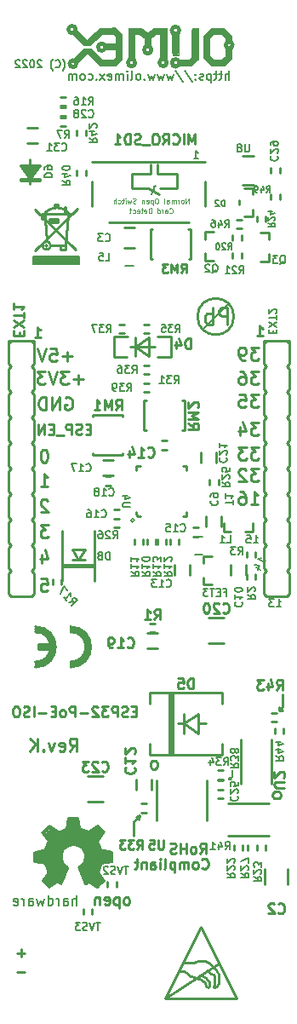
<source format=gbr>
G04 #@! TF.GenerationSoftware,KiCad,Pcbnew,5.1.6-c6e7f7d~87~ubuntu18.04.1*
G04 #@! TF.CreationDate,2022-07-28T15:35:08+03:00*
G04 #@! TF.ProjectId,ESP32-PoE-ISO_Rev_K,45535033-322d-4506-9f45-2d49534f5f52,K*
G04 #@! TF.SameCoordinates,Original*
G04 #@! TF.FileFunction,Legend,Bot*
G04 #@! TF.FilePolarity,Positive*
%FSLAX46Y46*%
G04 Gerber Fmt 4.6, Leading zero omitted, Abs format (unit mm)*
G04 Created by KiCad (PCBNEW 5.1.6-c6e7f7d~87~ubuntu18.04.1) date 2022-07-28 15:35:08*
%MOMM*%
%LPD*%
G01*
G04 APERTURE LIST*
%ADD10C,0.254000*%
%ADD11C,0.203200*%
%ADD12C,0.190500*%
%ADD13C,0.300000*%
%ADD14C,0.600000*%
%ADD15C,1.000000*%
%ADD16C,0.150000*%
%ADD17C,0.370000*%
%ADD18C,0.380000*%
%ADD19C,0.400000*%
%ADD20C,0.420000*%
%ADD21C,0.100000*%
%ADD22C,0.700000*%
%ADD23C,0.500000*%
%ADD24C,0.127000*%
%ADD25C,0.200000*%
%ADD26C,0.180000*%
%ADD27C,0.177800*%
%ADD28C,0.158750*%
%ADD29C,0.125000*%
%ADD30C,0.222250*%
G04 APERTURE END LIST*
D10*
X117094000Y-158750000D02*
X117475000Y-158750000D01*
X117094000Y-158750000D02*
X117094000Y-158369000D01*
X117475000Y-158369000D02*
X117094000Y-158750000D01*
X117475000Y-157099000D02*
X117475000Y-158369000D01*
D11*
X112141000Y-165608000D02*
X112395000Y-165544500D01*
X112204500Y-165354000D02*
X112141000Y-165608000D01*
X112458500Y-165290500D02*
X112141000Y-165608000D01*
X112458500Y-164655500D02*
X112458500Y-165290500D01*
D10*
X103251000Y-169164000D02*
X103124000Y-169545000D01*
X103251000Y-169164000D02*
X102870000Y-169291000D01*
X102616000Y-169799000D02*
X103251000Y-169164000D01*
X102616000Y-171196000D02*
X102616000Y-169799000D01*
X91827047Y-184730571D02*
X91052952Y-184730571D01*
X91827047Y-182825571D02*
X91052952Y-182825571D01*
X91440000Y-183212619D02*
X91440000Y-182438523D01*
X93423619Y-145608523D02*
X94028380Y-145608523D01*
X94088857Y-146213285D01*
X94028380Y-146152809D01*
X93907428Y-146092333D01*
X93605047Y-146092333D01*
X93484095Y-146152809D01*
X93423619Y-146213285D01*
X93363142Y-146334238D01*
X93363142Y-146636619D01*
X93423619Y-146757571D01*
X93484095Y-146818047D01*
X93605047Y-146878523D01*
X93907428Y-146878523D01*
X94028380Y-146818047D01*
X94088857Y-146757571D01*
X93484095Y-143237857D02*
X93484095Y-144084523D01*
X93786476Y-142754047D02*
X94088857Y-143661190D01*
X93302666Y-143661190D01*
X94149333Y-140274523D02*
X93363142Y-140274523D01*
X93786476Y-140758333D01*
X93605047Y-140758333D01*
X93484095Y-140818809D01*
X93423619Y-140879285D01*
X93363142Y-141000238D01*
X93363142Y-141302619D01*
X93423619Y-141423571D01*
X93484095Y-141484047D01*
X93605047Y-141544523D01*
X93967904Y-141544523D01*
X94088857Y-141484047D01*
X94149333Y-141423571D01*
X94088857Y-137855476D02*
X94028380Y-137795000D01*
X93907428Y-137734523D01*
X93605047Y-137734523D01*
X93484095Y-137795000D01*
X93423619Y-137855476D01*
X93363142Y-137976428D01*
X93363142Y-138097380D01*
X93423619Y-138278809D01*
X94149333Y-139004523D01*
X93363142Y-139004523D01*
X93363142Y-136464523D02*
X94088857Y-136464523D01*
X93726000Y-136464523D02*
X93726000Y-135194523D01*
X93846952Y-135375952D01*
X93967904Y-135496904D01*
X94088857Y-135557380D01*
X93786476Y-132781523D02*
X93665523Y-132781523D01*
X93544571Y-132842000D01*
X93484095Y-132902476D01*
X93423619Y-133023428D01*
X93363142Y-133265333D01*
X93363142Y-133567714D01*
X93423619Y-133809619D01*
X93484095Y-133930571D01*
X93544571Y-133991047D01*
X93665523Y-134051523D01*
X93786476Y-134051523D01*
X93907428Y-133991047D01*
X93967904Y-133930571D01*
X94028380Y-133809619D01*
X94088857Y-133567714D01*
X94088857Y-133265333D01*
X94028380Y-133023428D01*
X93967904Y-132902476D01*
X93907428Y-132842000D01*
X93786476Y-132781523D01*
X98346380Y-130737428D02*
X98007714Y-130737428D01*
X97862571Y-131269619D02*
X98346380Y-131269619D01*
X98346380Y-130253619D01*
X97862571Y-130253619D01*
X97475523Y-131221238D02*
X97330380Y-131269619D01*
X97088476Y-131269619D01*
X96991714Y-131221238D01*
X96943333Y-131172857D01*
X96894952Y-131076095D01*
X96894952Y-130979333D01*
X96943333Y-130882571D01*
X96991714Y-130834190D01*
X97088476Y-130785809D01*
X97282000Y-130737428D01*
X97378761Y-130689047D01*
X97427142Y-130640666D01*
X97475523Y-130543904D01*
X97475523Y-130447142D01*
X97427142Y-130350380D01*
X97378761Y-130302000D01*
X97282000Y-130253619D01*
X97040095Y-130253619D01*
X96894952Y-130302000D01*
X96459523Y-131269619D02*
X96459523Y-130253619D01*
X96072476Y-130253619D01*
X95975714Y-130302000D01*
X95927333Y-130350380D01*
X95878952Y-130447142D01*
X95878952Y-130592285D01*
X95927333Y-130689047D01*
X95975714Y-130737428D01*
X96072476Y-130785809D01*
X96459523Y-130785809D01*
X95685428Y-131366380D02*
X94911333Y-131366380D01*
X94669428Y-130737428D02*
X94330761Y-130737428D01*
X94185619Y-131269619D02*
X94669428Y-131269619D01*
X94669428Y-130253619D01*
X94185619Y-130253619D01*
X93750190Y-131269619D02*
X93750190Y-130253619D01*
X93169619Y-131269619D01*
X93169619Y-130253619D01*
X95836619Y-127635000D02*
X95957571Y-127574523D01*
X96139000Y-127574523D01*
X96320428Y-127635000D01*
X96441380Y-127755952D01*
X96501857Y-127876904D01*
X96562333Y-128118809D01*
X96562333Y-128300238D01*
X96501857Y-128542142D01*
X96441380Y-128663095D01*
X96320428Y-128784047D01*
X96139000Y-128844523D01*
X96018047Y-128844523D01*
X95836619Y-128784047D01*
X95776142Y-128723571D01*
X95776142Y-128300238D01*
X96018047Y-128300238D01*
X95231857Y-128844523D02*
X95231857Y-127574523D01*
X94506142Y-128844523D01*
X94506142Y-127574523D01*
X93901380Y-128844523D02*
X93901380Y-127574523D01*
X93599000Y-127574523D01*
X93417571Y-127635000D01*
X93296619Y-127755952D01*
X93236142Y-127876904D01*
X93175666Y-128118809D01*
X93175666Y-128300238D01*
X93236142Y-128542142D01*
X93296619Y-128663095D01*
X93417571Y-128784047D01*
X93599000Y-128844523D01*
X93901380Y-128844523D01*
X97614619Y-125820714D02*
X96647000Y-125820714D01*
X97130809Y-126304523D02*
X97130809Y-125336904D01*
X96163190Y-125034523D02*
X95377000Y-125034523D01*
X95800333Y-125518333D01*
X95618904Y-125518333D01*
X95497952Y-125578809D01*
X95437476Y-125639285D01*
X95377000Y-125760238D01*
X95377000Y-126062619D01*
X95437476Y-126183571D01*
X95497952Y-126244047D01*
X95618904Y-126304523D01*
X95981761Y-126304523D01*
X96102714Y-126244047D01*
X96163190Y-126183571D01*
X95014142Y-125034523D02*
X94590809Y-126304523D01*
X94167476Y-125034523D01*
X93865095Y-125034523D02*
X93078904Y-125034523D01*
X93502238Y-125518333D01*
X93320809Y-125518333D01*
X93199857Y-125578809D01*
X93139380Y-125639285D01*
X93078904Y-125760238D01*
X93078904Y-126062619D01*
X93139380Y-126183571D01*
X93199857Y-126244047D01*
X93320809Y-126304523D01*
X93683666Y-126304523D01*
X93804619Y-126244047D01*
X93865095Y-126183571D01*
X96501857Y-123534714D02*
X95534238Y-123534714D01*
X96018047Y-124018523D02*
X96018047Y-123050904D01*
X94324714Y-122748523D02*
X94929476Y-122748523D01*
X94989952Y-123353285D01*
X94929476Y-123292809D01*
X94808523Y-123232333D01*
X94506142Y-123232333D01*
X94385190Y-123292809D01*
X94324714Y-123353285D01*
X94264238Y-123474238D01*
X94264238Y-123776619D01*
X94324714Y-123897571D01*
X94385190Y-123958047D01*
X94506142Y-124018523D01*
X94808523Y-124018523D01*
X94929476Y-123958047D01*
X94989952Y-123897571D01*
X93901380Y-122748523D02*
X93478047Y-124018523D01*
X93054714Y-122748523D01*
D12*
X116858142Y-148426714D02*
X117293571Y-148426714D01*
X117075857Y-148426714D02*
X117075857Y-147664714D01*
X117148428Y-147773571D01*
X117221000Y-147846142D01*
X117293571Y-147882428D01*
X116604142Y-147664714D02*
X116132428Y-147664714D01*
X116386428Y-147955000D01*
X116277571Y-147955000D01*
X116205000Y-147991285D01*
X116168714Y-148027571D01*
X116132428Y-148100142D01*
X116132428Y-148281571D01*
X116168714Y-148354142D01*
X116205000Y-148390428D01*
X116277571Y-148426714D01*
X116495285Y-148426714D01*
X116567857Y-148390428D01*
X116604142Y-148354142D01*
X115560102Y-144191659D02*
X115777817Y-143814567D01*
X115668959Y-144003113D02*
X115009048Y-143622113D01*
X115139607Y-143613693D01*
X115238741Y-143587130D01*
X115306451Y-143542424D01*
X114793590Y-144503298D02*
X115233531Y-144757298D01*
X114632909Y-144201033D02*
X115194989Y-144316054D01*
X114959132Y-144724571D01*
X114572142Y-142076714D02*
X115007571Y-142076714D01*
X114789857Y-142076714D02*
X114789857Y-141314714D01*
X114862428Y-141423571D01*
X114935000Y-141496142D01*
X115007571Y-141532428D01*
X113882714Y-141314714D02*
X114245571Y-141314714D01*
X114281857Y-141677571D01*
X114245571Y-141641285D01*
X114173000Y-141605000D01*
X113991571Y-141605000D01*
X113919000Y-141641285D01*
X113882714Y-141677571D01*
X113846428Y-141750142D01*
X113846428Y-141931571D01*
X113882714Y-142004142D01*
X113919000Y-142040428D01*
X113991571Y-142076714D01*
X114173000Y-142076714D01*
X114245571Y-142040428D01*
X114281857Y-142004142D01*
D10*
X114287904Y-138242523D02*
X115013619Y-138242523D01*
X114650761Y-138242523D02*
X114650761Y-136972523D01*
X114771714Y-137153952D01*
X114892666Y-137274904D01*
X115013619Y-137335380D01*
X113199333Y-136972523D02*
X113441238Y-136972523D01*
X113562190Y-137033000D01*
X113622666Y-137093476D01*
X113743619Y-137274904D01*
X113804095Y-137516809D01*
X113804095Y-138000619D01*
X113743619Y-138121571D01*
X113683142Y-138182047D01*
X113562190Y-138242523D01*
X113320285Y-138242523D01*
X113199333Y-138182047D01*
X113138857Y-138121571D01*
X113078380Y-138000619D01*
X113078380Y-137698238D01*
X113138857Y-137577285D01*
X113199333Y-137516809D01*
X113320285Y-137456333D01*
X113562190Y-137456333D01*
X113683142Y-137516809D01*
X113743619Y-137577285D01*
X113804095Y-137698238D01*
X115074095Y-134686523D02*
X114287904Y-134686523D01*
X114711238Y-135170333D01*
X114529809Y-135170333D01*
X114408857Y-135230809D01*
X114348380Y-135291285D01*
X114287904Y-135412238D01*
X114287904Y-135714619D01*
X114348380Y-135835571D01*
X114408857Y-135896047D01*
X114529809Y-135956523D01*
X114892666Y-135956523D01*
X115013619Y-135896047D01*
X115074095Y-135835571D01*
X113804095Y-134807476D02*
X113743619Y-134747000D01*
X113622666Y-134686523D01*
X113320285Y-134686523D01*
X113199333Y-134747000D01*
X113138857Y-134807476D01*
X113078380Y-134928428D01*
X113078380Y-135049380D01*
X113138857Y-135230809D01*
X113864571Y-135956523D01*
X113078380Y-135956523D01*
X115074095Y-132527523D02*
X114287904Y-132527523D01*
X114711238Y-133011333D01*
X114529809Y-133011333D01*
X114408857Y-133071809D01*
X114348380Y-133132285D01*
X114287904Y-133253238D01*
X114287904Y-133555619D01*
X114348380Y-133676571D01*
X114408857Y-133737047D01*
X114529809Y-133797523D01*
X114892666Y-133797523D01*
X115013619Y-133737047D01*
X115074095Y-133676571D01*
X113864571Y-132527523D02*
X113078380Y-132527523D01*
X113501714Y-133011333D01*
X113320285Y-133011333D01*
X113199333Y-133071809D01*
X113138857Y-133132285D01*
X113078380Y-133253238D01*
X113078380Y-133555619D01*
X113138857Y-133676571D01*
X113199333Y-133737047D01*
X113320285Y-133797523D01*
X113683142Y-133797523D01*
X113804095Y-133737047D01*
X113864571Y-133676571D01*
X115074095Y-130114523D02*
X114287904Y-130114523D01*
X114711238Y-130598333D01*
X114529809Y-130598333D01*
X114408857Y-130658809D01*
X114348380Y-130719285D01*
X114287904Y-130840238D01*
X114287904Y-131142619D01*
X114348380Y-131263571D01*
X114408857Y-131324047D01*
X114529809Y-131384523D01*
X114892666Y-131384523D01*
X115013619Y-131324047D01*
X115074095Y-131263571D01*
X113199333Y-130537857D02*
X113199333Y-131384523D01*
X113501714Y-130054047D02*
X113804095Y-130961190D01*
X113017904Y-130961190D01*
X115074095Y-127320523D02*
X114287904Y-127320523D01*
X114711238Y-127804333D01*
X114529809Y-127804333D01*
X114408857Y-127864809D01*
X114348380Y-127925285D01*
X114287904Y-128046238D01*
X114287904Y-128348619D01*
X114348380Y-128469571D01*
X114408857Y-128530047D01*
X114529809Y-128590523D01*
X114892666Y-128590523D01*
X115013619Y-128530047D01*
X115074095Y-128469571D01*
X113138857Y-127320523D02*
X113743619Y-127320523D01*
X113804095Y-127925285D01*
X113743619Y-127864809D01*
X113622666Y-127804333D01*
X113320285Y-127804333D01*
X113199333Y-127864809D01*
X113138857Y-127925285D01*
X113078380Y-128046238D01*
X113078380Y-128348619D01*
X113138857Y-128469571D01*
X113199333Y-128530047D01*
X113320285Y-128590523D01*
X113622666Y-128590523D01*
X113743619Y-128530047D01*
X113804095Y-128469571D01*
X115074095Y-125034523D02*
X114287904Y-125034523D01*
X114711238Y-125518333D01*
X114529809Y-125518333D01*
X114408857Y-125578809D01*
X114348380Y-125639285D01*
X114287904Y-125760238D01*
X114287904Y-126062619D01*
X114348380Y-126183571D01*
X114408857Y-126244047D01*
X114529809Y-126304523D01*
X114892666Y-126304523D01*
X115013619Y-126244047D01*
X115074095Y-126183571D01*
X113199333Y-125034523D02*
X113441238Y-125034523D01*
X113562190Y-125095000D01*
X113622666Y-125155476D01*
X113743619Y-125336904D01*
X113804095Y-125578809D01*
X113804095Y-126062619D01*
X113743619Y-126183571D01*
X113683142Y-126244047D01*
X113562190Y-126304523D01*
X113320285Y-126304523D01*
X113199333Y-126244047D01*
X113138857Y-126183571D01*
X113078380Y-126062619D01*
X113078380Y-125760238D01*
X113138857Y-125639285D01*
X113199333Y-125578809D01*
X113320285Y-125518333D01*
X113562190Y-125518333D01*
X113683142Y-125578809D01*
X113743619Y-125639285D01*
X113804095Y-125760238D01*
X115074095Y-122621523D02*
X114287904Y-122621523D01*
X114711238Y-123105333D01*
X114529809Y-123105333D01*
X114408857Y-123165809D01*
X114348380Y-123226285D01*
X114287904Y-123347238D01*
X114287904Y-123649619D01*
X114348380Y-123770571D01*
X114408857Y-123831047D01*
X114529809Y-123891523D01*
X114892666Y-123891523D01*
X115013619Y-123831047D01*
X115074095Y-123770571D01*
X113683142Y-123891523D02*
X113441238Y-123891523D01*
X113320285Y-123831047D01*
X113259809Y-123770571D01*
X113138857Y-123589142D01*
X113078380Y-123347238D01*
X113078380Y-122863428D01*
X113138857Y-122742476D01*
X113199333Y-122682000D01*
X113320285Y-122621523D01*
X113562190Y-122621523D01*
X113683142Y-122682000D01*
X113743619Y-122742476D01*
X113804095Y-122863428D01*
X113804095Y-123165809D01*
X113743619Y-123286761D01*
X113683142Y-123347238D01*
X113562190Y-123407714D01*
X113320285Y-123407714D01*
X113199333Y-123347238D01*
X113138857Y-123286761D01*
X113078380Y-123165809D01*
D12*
X108621285Y-103849714D02*
X109056714Y-103849714D01*
X108839000Y-103849714D02*
X108839000Y-103087714D01*
X108911571Y-103196571D01*
X108984142Y-103269142D01*
X109056714Y-103305428D01*
D10*
X109425619Y-174352857D02*
X109474000Y-174401238D01*
X109619142Y-174449619D01*
X109715904Y-174449619D01*
X109861047Y-174401238D01*
X109957809Y-174304476D01*
X110006190Y-174207714D01*
X110054571Y-174014190D01*
X110054571Y-173869047D01*
X110006190Y-173675523D01*
X109957809Y-173578761D01*
X109861047Y-173482000D01*
X109715904Y-173433619D01*
X109619142Y-173433619D01*
X109474000Y-173482000D01*
X109425619Y-173530380D01*
X108845047Y-174449619D02*
X108941809Y-174401238D01*
X108990190Y-174352857D01*
X109038571Y-174256095D01*
X109038571Y-173965809D01*
X108990190Y-173869047D01*
X108941809Y-173820666D01*
X108845047Y-173772285D01*
X108699904Y-173772285D01*
X108603142Y-173820666D01*
X108554761Y-173869047D01*
X108506380Y-173965809D01*
X108506380Y-174256095D01*
X108554761Y-174352857D01*
X108603142Y-174401238D01*
X108699904Y-174449619D01*
X108845047Y-174449619D01*
X108070952Y-174449619D02*
X108070952Y-173772285D01*
X108070952Y-173869047D02*
X108022571Y-173820666D01*
X107925809Y-173772285D01*
X107780666Y-173772285D01*
X107683904Y-173820666D01*
X107635523Y-173917428D01*
X107635523Y-174449619D01*
X107635523Y-173917428D02*
X107587142Y-173820666D01*
X107490380Y-173772285D01*
X107345238Y-173772285D01*
X107248476Y-173820666D01*
X107200095Y-173917428D01*
X107200095Y-174449619D01*
X106716285Y-173772285D02*
X106716285Y-174788285D01*
X106716285Y-173820666D02*
X106619523Y-173772285D01*
X106426000Y-173772285D01*
X106329238Y-173820666D01*
X106280857Y-173869047D01*
X106232476Y-173965809D01*
X106232476Y-174256095D01*
X106280857Y-174352857D01*
X106329238Y-174401238D01*
X106426000Y-174449619D01*
X106619523Y-174449619D01*
X106716285Y-174401238D01*
X105651904Y-174449619D02*
X105748666Y-174401238D01*
X105797047Y-174304476D01*
X105797047Y-173433619D01*
X105264857Y-174449619D02*
X105264857Y-173772285D01*
X105264857Y-173433619D02*
X105313238Y-173482000D01*
X105264857Y-173530380D01*
X105216476Y-173482000D01*
X105264857Y-173433619D01*
X105264857Y-173530380D01*
X104345619Y-174449619D02*
X104345619Y-173917428D01*
X104394000Y-173820666D01*
X104490761Y-173772285D01*
X104684285Y-173772285D01*
X104781047Y-173820666D01*
X104345619Y-174401238D02*
X104442380Y-174449619D01*
X104684285Y-174449619D01*
X104781047Y-174401238D01*
X104829428Y-174304476D01*
X104829428Y-174207714D01*
X104781047Y-174110952D01*
X104684285Y-174062571D01*
X104442380Y-174062571D01*
X104345619Y-174014190D01*
X103861809Y-173772285D02*
X103861809Y-174449619D01*
X103861809Y-173869047D02*
X103813428Y-173820666D01*
X103716666Y-173772285D01*
X103571523Y-173772285D01*
X103474761Y-173820666D01*
X103426380Y-173917428D01*
X103426380Y-174449619D01*
X103087714Y-173772285D02*
X102700666Y-173772285D01*
X102942571Y-173433619D02*
X102942571Y-174304476D01*
X102894190Y-174401238D01*
X102797428Y-174449619D01*
X102700666Y-174449619D01*
X109238142Y-172925619D02*
X109576809Y-172441809D01*
X109818714Y-172925619D02*
X109818714Y-171909619D01*
X109431666Y-171909619D01*
X109334904Y-171958000D01*
X109286523Y-172006380D01*
X109238142Y-172103142D01*
X109238142Y-172248285D01*
X109286523Y-172345047D01*
X109334904Y-172393428D01*
X109431666Y-172441809D01*
X109818714Y-172441809D01*
X108657571Y-172925619D02*
X108754333Y-172877238D01*
X108802714Y-172828857D01*
X108851095Y-172732095D01*
X108851095Y-172441809D01*
X108802714Y-172345047D01*
X108754333Y-172296666D01*
X108657571Y-172248285D01*
X108512428Y-172248285D01*
X108415666Y-172296666D01*
X108367285Y-172345047D01*
X108318904Y-172441809D01*
X108318904Y-172732095D01*
X108367285Y-172828857D01*
X108415666Y-172877238D01*
X108512428Y-172925619D01*
X108657571Y-172925619D01*
X107883476Y-172925619D02*
X107883476Y-171909619D01*
X107883476Y-172393428D02*
X107302904Y-172393428D01*
X107302904Y-172925619D02*
X107302904Y-171909619D01*
X106867476Y-172877238D02*
X106722333Y-172925619D01*
X106480428Y-172925619D01*
X106383666Y-172877238D01*
X106335285Y-172828857D01*
X106286904Y-172732095D01*
X106286904Y-172635333D01*
X106335285Y-172538571D01*
X106383666Y-172490190D01*
X106480428Y-172441809D01*
X106673952Y-172393428D01*
X106770714Y-172345047D01*
X106819095Y-172296666D01*
X106867476Y-172199904D01*
X106867476Y-172103142D01*
X106819095Y-172006380D01*
X106770714Y-171958000D01*
X106673952Y-171909619D01*
X106432047Y-171909619D01*
X106286904Y-171958000D01*
X114898714Y-121490619D02*
X115479285Y-121490619D01*
X115189000Y-121490619D02*
X115189000Y-120474619D01*
X115285761Y-120619761D01*
X115382523Y-120716523D01*
X115479285Y-120764904D01*
X92800714Y-121617619D02*
X93381285Y-121617619D01*
X93091000Y-121617619D02*
X93091000Y-120601619D01*
X93187761Y-120746761D01*
X93284523Y-120843523D01*
X93381285Y-120891904D01*
X102894190Y-158804428D02*
X102555523Y-158804428D01*
X102410380Y-159336619D02*
X102894190Y-159336619D01*
X102894190Y-158320619D01*
X102410380Y-158320619D01*
X102023333Y-159288238D02*
X101878190Y-159336619D01*
X101636285Y-159336619D01*
X101539523Y-159288238D01*
X101491142Y-159239857D01*
X101442761Y-159143095D01*
X101442761Y-159046333D01*
X101491142Y-158949571D01*
X101539523Y-158901190D01*
X101636285Y-158852809D01*
X101829809Y-158804428D01*
X101926571Y-158756047D01*
X101974952Y-158707666D01*
X102023333Y-158610904D01*
X102023333Y-158514142D01*
X101974952Y-158417380D01*
X101926571Y-158369000D01*
X101829809Y-158320619D01*
X101587904Y-158320619D01*
X101442761Y-158369000D01*
X101007333Y-159336619D02*
X101007333Y-158320619D01*
X100620285Y-158320619D01*
X100523523Y-158369000D01*
X100475142Y-158417380D01*
X100426761Y-158514142D01*
X100426761Y-158659285D01*
X100475142Y-158756047D01*
X100523523Y-158804428D01*
X100620285Y-158852809D01*
X101007333Y-158852809D01*
X100088095Y-158320619D02*
X99459142Y-158320619D01*
X99797809Y-158707666D01*
X99652666Y-158707666D01*
X99555904Y-158756047D01*
X99507523Y-158804428D01*
X99459142Y-158901190D01*
X99459142Y-159143095D01*
X99507523Y-159239857D01*
X99555904Y-159288238D01*
X99652666Y-159336619D01*
X99942952Y-159336619D01*
X100039714Y-159288238D01*
X100088095Y-159239857D01*
X99072095Y-158417380D02*
X99023714Y-158369000D01*
X98926952Y-158320619D01*
X98685047Y-158320619D01*
X98588285Y-158369000D01*
X98539904Y-158417380D01*
X98491523Y-158514142D01*
X98491523Y-158610904D01*
X98539904Y-158756047D01*
X99120476Y-159336619D01*
X98491523Y-159336619D01*
X98056095Y-158949571D02*
X97282000Y-158949571D01*
X96798190Y-159336619D02*
X96798190Y-158320619D01*
X96411142Y-158320619D01*
X96314380Y-158369000D01*
X96266000Y-158417380D01*
X96217619Y-158514142D01*
X96217619Y-158659285D01*
X96266000Y-158756047D01*
X96314380Y-158804428D01*
X96411142Y-158852809D01*
X96798190Y-158852809D01*
X95637047Y-159336619D02*
X95733809Y-159288238D01*
X95782190Y-159239857D01*
X95830571Y-159143095D01*
X95830571Y-158852809D01*
X95782190Y-158756047D01*
X95733809Y-158707666D01*
X95637047Y-158659285D01*
X95491904Y-158659285D01*
X95395142Y-158707666D01*
X95346761Y-158756047D01*
X95298380Y-158852809D01*
X95298380Y-159143095D01*
X95346761Y-159239857D01*
X95395142Y-159288238D01*
X95491904Y-159336619D01*
X95637047Y-159336619D01*
X94862952Y-158804428D02*
X94524285Y-158804428D01*
X94379142Y-159336619D02*
X94862952Y-159336619D01*
X94862952Y-158320619D01*
X94379142Y-158320619D01*
X93943714Y-158949571D02*
X93169619Y-158949571D01*
X92685809Y-159336619D02*
X92685809Y-158320619D01*
X92250380Y-159288238D02*
X92105238Y-159336619D01*
X91863333Y-159336619D01*
X91766571Y-159288238D01*
X91718190Y-159239857D01*
X91669809Y-159143095D01*
X91669809Y-159046333D01*
X91718190Y-158949571D01*
X91766571Y-158901190D01*
X91863333Y-158852809D01*
X92056857Y-158804428D01*
X92153619Y-158756047D01*
X92202000Y-158707666D01*
X92250380Y-158610904D01*
X92250380Y-158514142D01*
X92202000Y-158417380D01*
X92153619Y-158369000D01*
X92056857Y-158320619D01*
X91814952Y-158320619D01*
X91669809Y-158369000D01*
X91040857Y-158320619D02*
X90847333Y-158320619D01*
X90750571Y-158369000D01*
X90653809Y-158465761D01*
X90605428Y-158659285D01*
X90605428Y-158997952D01*
X90653809Y-159191476D01*
X90750571Y-159288238D01*
X90847333Y-159336619D01*
X91040857Y-159336619D01*
X91137619Y-159288238D01*
X91234380Y-159191476D01*
X91282761Y-158997952D01*
X91282761Y-158659285D01*
X91234380Y-158465761D01*
X91137619Y-158369000D01*
X91040857Y-158320619D01*
X96250880Y-162753523D02*
X96674214Y-162148761D01*
X96976595Y-162753523D02*
X96976595Y-161483523D01*
X96492785Y-161483523D01*
X96371833Y-161544000D01*
X96311357Y-161604476D01*
X96250880Y-161725428D01*
X96250880Y-161906857D01*
X96311357Y-162027809D01*
X96371833Y-162088285D01*
X96492785Y-162148761D01*
X96976595Y-162148761D01*
X95222785Y-162693047D02*
X95343738Y-162753523D01*
X95585642Y-162753523D01*
X95706595Y-162693047D01*
X95767071Y-162572095D01*
X95767071Y-162088285D01*
X95706595Y-161967333D01*
X95585642Y-161906857D01*
X95343738Y-161906857D01*
X95222785Y-161967333D01*
X95162309Y-162088285D01*
X95162309Y-162209238D01*
X95767071Y-162330190D01*
X94738976Y-161906857D02*
X94436595Y-162753523D01*
X94134214Y-161906857D01*
X93650404Y-162632571D02*
X93589928Y-162693047D01*
X93650404Y-162753523D01*
X93710880Y-162693047D01*
X93650404Y-162632571D01*
X93650404Y-162753523D01*
X93045642Y-162753523D02*
X93045642Y-161483523D01*
X92319928Y-162753523D02*
X92864214Y-162027809D01*
X92319928Y-161483523D02*
X93045642Y-162209238D01*
D12*
X95576571Y-95123000D02*
X95612857Y-95086714D01*
X95685428Y-94977857D01*
X95721714Y-94905285D01*
X95758000Y-94796428D01*
X95794285Y-94615000D01*
X95794285Y-94469857D01*
X95758000Y-94288428D01*
X95721714Y-94179571D01*
X95685428Y-94107000D01*
X95612857Y-93998142D01*
X95576571Y-93961857D01*
X94850857Y-94760142D02*
X94887142Y-94796428D01*
X94996000Y-94832714D01*
X95068571Y-94832714D01*
X95177428Y-94796428D01*
X95250000Y-94723857D01*
X95286285Y-94651285D01*
X95322571Y-94506142D01*
X95322571Y-94397285D01*
X95286285Y-94252142D01*
X95250000Y-94179571D01*
X95177428Y-94107000D01*
X95068571Y-94070714D01*
X94996000Y-94070714D01*
X94887142Y-94107000D01*
X94850857Y-94143285D01*
X94596857Y-95123000D02*
X94560571Y-95086714D01*
X94488000Y-94977857D01*
X94451714Y-94905285D01*
X94415428Y-94796428D01*
X94379142Y-94615000D01*
X94379142Y-94469857D01*
X94415428Y-94288428D01*
X94451714Y-94179571D01*
X94488000Y-94107000D01*
X94560571Y-93998142D01*
X94596857Y-93961857D01*
X93472000Y-94143285D02*
X93435714Y-94107000D01*
X93363142Y-94070714D01*
X93181714Y-94070714D01*
X93109142Y-94107000D01*
X93072857Y-94143285D01*
X93036571Y-94215857D01*
X93036571Y-94288428D01*
X93072857Y-94397285D01*
X93508285Y-94832714D01*
X93036571Y-94832714D01*
X92564857Y-94070714D02*
X92492285Y-94070714D01*
X92419714Y-94107000D01*
X92383428Y-94143285D01*
X92347142Y-94215857D01*
X92310857Y-94361000D01*
X92310857Y-94542428D01*
X92347142Y-94687571D01*
X92383428Y-94760142D01*
X92419714Y-94796428D01*
X92492285Y-94832714D01*
X92564857Y-94832714D01*
X92637428Y-94796428D01*
X92673714Y-94760142D01*
X92710000Y-94687571D01*
X92746285Y-94542428D01*
X92746285Y-94361000D01*
X92710000Y-94215857D01*
X92673714Y-94143285D01*
X92637428Y-94107000D01*
X92564857Y-94070714D01*
X92020571Y-94143285D02*
X91984285Y-94107000D01*
X91911714Y-94070714D01*
X91730285Y-94070714D01*
X91657714Y-94107000D01*
X91621428Y-94143285D01*
X91585142Y-94215857D01*
X91585142Y-94288428D01*
X91621428Y-94397285D01*
X92056857Y-94832714D01*
X91585142Y-94832714D01*
X91294857Y-94143285D02*
X91258571Y-94107000D01*
X91186000Y-94070714D01*
X91004571Y-94070714D01*
X90932000Y-94107000D01*
X90895714Y-94143285D01*
X90859428Y-94215857D01*
X90859428Y-94288428D01*
X90895714Y-94397285D01*
X91331142Y-94832714D01*
X90859428Y-94832714D01*
X112119833Y-96033166D02*
X112119833Y-95144166D01*
X111738833Y-96033166D02*
X111738833Y-95567500D01*
X111781166Y-95482833D01*
X111865833Y-95440500D01*
X111992833Y-95440500D01*
X112077500Y-95482833D01*
X112119833Y-95525166D01*
X111442500Y-95440500D02*
X111103833Y-95440500D01*
X111315500Y-95144166D02*
X111315500Y-95906166D01*
X111273166Y-95990833D01*
X111188500Y-96033166D01*
X111103833Y-96033166D01*
X110934500Y-95440500D02*
X110595833Y-95440500D01*
X110807500Y-95144166D02*
X110807500Y-95906166D01*
X110765166Y-95990833D01*
X110680500Y-96033166D01*
X110595833Y-96033166D01*
X110299500Y-95440500D02*
X110299500Y-96329500D01*
X110299500Y-95482833D02*
X110214833Y-95440500D01*
X110045500Y-95440500D01*
X109960833Y-95482833D01*
X109918500Y-95525166D01*
X109876166Y-95609833D01*
X109876166Y-95863833D01*
X109918500Y-95948500D01*
X109960833Y-95990833D01*
X110045500Y-96033166D01*
X110214833Y-96033166D01*
X110299500Y-95990833D01*
X109537500Y-95990833D02*
X109452833Y-96033166D01*
X109283500Y-96033166D01*
X109198833Y-95990833D01*
X109156500Y-95906166D01*
X109156500Y-95863833D01*
X109198833Y-95779166D01*
X109283500Y-95736833D01*
X109410500Y-95736833D01*
X109495166Y-95694500D01*
X109537500Y-95609833D01*
X109537500Y-95567500D01*
X109495166Y-95482833D01*
X109410500Y-95440500D01*
X109283500Y-95440500D01*
X109198833Y-95482833D01*
X108775500Y-95948500D02*
X108733166Y-95990833D01*
X108775500Y-96033166D01*
X108817833Y-95990833D01*
X108775500Y-95948500D01*
X108775500Y-96033166D01*
X108775500Y-95482833D02*
X108733166Y-95525166D01*
X108775500Y-95567500D01*
X108817833Y-95525166D01*
X108775500Y-95482833D01*
X108775500Y-95567500D01*
X107717166Y-95101833D02*
X108479166Y-96244833D01*
X106785833Y-95101833D02*
X107547833Y-96244833D01*
X106574166Y-95440500D02*
X106404833Y-96033166D01*
X106235500Y-95609833D01*
X106066166Y-96033166D01*
X105896833Y-95440500D01*
X105642833Y-95440500D02*
X105473500Y-96033166D01*
X105304166Y-95609833D01*
X105134833Y-96033166D01*
X104965500Y-95440500D01*
X104711500Y-95440500D02*
X104542166Y-96033166D01*
X104372833Y-95609833D01*
X104203500Y-96033166D01*
X104034166Y-95440500D01*
X103695500Y-95948500D02*
X103653166Y-95990833D01*
X103695500Y-96033166D01*
X103737833Y-95990833D01*
X103695500Y-95948500D01*
X103695500Y-96033166D01*
X103145166Y-96033166D02*
X103229833Y-95990833D01*
X103272166Y-95948500D01*
X103314500Y-95863833D01*
X103314500Y-95609833D01*
X103272166Y-95525166D01*
X103229833Y-95482833D01*
X103145166Y-95440500D01*
X103018166Y-95440500D01*
X102933500Y-95482833D01*
X102891166Y-95525166D01*
X102848833Y-95609833D01*
X102848833Y-95863833D01*
X102891166Y-95948500D01*
X102933500Y-95990833D01*
X103018166Y-96033166D01*
X103145166Y-96033166D01*
X102340833Y-96033166D02*
X102425500Y-95990833D01*
X102467833Y-95906166D01*
X102467833Y-95144166D01*
X102002166Y-96033166D02*
X102002166Y-95440500D01*
X102002166Y-95144166D02*
X102044500Y-95186500D01*
X102002166Y-95228833D01*
X101959833Y-95186500D01*
X102002166Y-95144166D01*
X102002166Y-95228833D01*
X101578833Y-96033166D02*
X101578833Y-95440500D01*
X101578833Y-95525166D02*
X101536500Y-95482833D01*
X101451833Y-95440500D01*
X101324833Y-95440500D01*
X101240166Y-95482833D01*
X101197833Y-95567500D01*
X101197833Y-96033166D01*
X101197833Y-95567500D02*
X101155500Y-95482833D01*
X101070833Y-95440500D01*
X100943833Y-95440500D01*
X100859166Y-95482833D01*
X100816833Y-95567500D01*
X100816833Y-96033166D01*
X100054833Y-95990833D02*
X100139500Y-96033166D01*
X100308833Y-96033166D01*
X100393500Y-95990833D01*
X100435833Y-95906166D01*
X100435833Y-95567500D01*
X100393500Y-95482833D01*
X100308833Y-95440500D01*
X100139500Y-95440500D01*
X100054833Y-95482833D01*
X100012500Y-95567500D01*
X100012500Y-95652166D01*
X100435833Y-95736833D01*
X99716166Y-96033166D02*
X99250500Y-95440500D01*
X99716166Y-95440500D02*
X99250500Y-96033166D01*
X98911833Y-95948500D02*
X98869500Y-95990833D01*
X98911833Y-96033166D01*
X98954166Y-95990833D01*
X98911833Y-95948500D01*
X98911833Y-96033166D01*
X98107500Y-95990833D02*
X98192166Y-96033166D01*
X98361500Y-96033166D01*
X98446166Y-95990833D01*
X98488500Y-95948500D01*
X98530833Y-95863833D01*
X98530833Y-95609833D01*
X98488500Y-95525166D01*
X98446166Y-95482833D01*
X98361500Y-95440500D01*
X98192166Y-95440500D01*
X98107500Y-95482833D01*
X97599500Y-96033166D02*
X97684166Y-95990833D01*
X97726500Y-95948500D01*
X97768833Y-95863833D01*
X97768833Y-95609833D01*
X97726500Y-95525166D01*
X97684166Y-95482833D01*
X97599500Y-95440500D01*
X97472500Y-95440500D01*
X97387833Y-95482833D01*
X97345500Y-95525166D01*
X97303166Y-95609833D01*
X97303166Y-95863833D01*
X97345500Y-95948500D01*
X97387833Y-95990833D01*
X97472500Y-96033166D01*
X97599500Y-96033166D01*
X96922166Y-96033166D02*
X96922166Y-95440500D01*
X96922166Y-95525166D02*
X96879833Y-95482833D01*
X96795166Y-95440500D01*
X96668166Y-95440500D01*
X96583500Y-95482833D01*
X96541166Y-95567500D01*
X96541166Y-96033166D01*
X96541166Y-95567500D02*
X96498833Y-95482833D01*
X96414166Y-95440500D01*
X96287166Y-95440500D01*
X96202500Y-95482833D01*
X96160166Y-95567500D01*
X96160166Y-96033166D01*
D10*
X92341700Y-103911400D02*
X92341700Y-106387900D01*
X91389200Y-104495600D02*
X92303600Y-105867200D01*
X92303600Y-105867200D02*
X93294200Y-104495600D01*
X91389200Y-105867200D02*
X93294200Y-105867200D01*
X91389200Y-104495600D02*
X93294200Y-104495600D01*
X91389200Y-106045000D02*
X93294200Y-106045000D01*
X93294200Y-105867200D02*
X93294200Y-106045000D01*
X91389200Y-105867200D02*
X91389200Y-106045000D01*
X93091000Y-104648000D02*
X91567000Y-104648000D01*
X91694000Y-104775000D02*
X92964000Y-104775000D01*
X92837000Y-104902000D02*
X91694000Y-104902000D01*
X91948000Y-105029000D02*
X92837000Y-105029000D01*
X91948000Y-105156000D02*
X92710000Y-105156000D01*
X92075000Y-105283000D02*
X92710000Y-105283000D01*
X92202000Y-105410000D02*
X92583000Y-105410000D01*
X96365000Y-150400000D02*
X96365000Y-150900000D01*
X96365000Y-153900000D02*
X96365000Y-154400000D01*
X92865000Y-153900000D02*
X92865000Y-154400000D01*
X92865000Y-150400000D02*
X92865000Y-150900000D01*
X94365000Y-152150000D02*
X93115000Y-152150000D01*
X93115000Y-152150000D02*
X93115000Y-152650000D01*
X93115000Y-152650000D02*
X94365000Y-152650000D01*
X93115000Y-152400000D02*
X94365000Y-152400000D01*
X96365000Y-153900000D02*
G75*
G03*
X96365000Y-150900000I0J1500000D01*
G01*
X96365000Y-154400000D02*
G75*
G03*
X96365000Y-150400000I0J2000000D01*
G01*
D13*
X96414980Y-154150000D02*
G75*
G03*
X96415000Y-150650000I-49980J1750000D01*
G01*
D10*
X92865000Y-153900000D02*
G75*
G03*
X92865000Y-150900000I0J1500000D01*
G01*
D13*
X92914980Y-154150000D02*
G75*
G03*
X92915000Y-150650000I-49980J1750000D01*
G01*
D10*
X92865000Y-154400000D02*
G75*
G03*
X92865000Y-150400000I0J2000000D01*
G01*
X93091000Y-100838000D02*
X92075000Y-100838000D01*
X93091000Y-102362000D02*
X92075000Y-102362000D01*
X99568000Y-165227000D02*
X98044000Y-165227000D01*
X99568000Y-167767000D02*
X98044000Y-167767000D01*
X111633000Y-149479000D02*
X110109000Y-149479000D01*
X111633000Y-152019000D02*
X110109000Y-152019000D01*
D14*
X106323000Y-162920000D02*
X106323000Y-157120000D01*
D10*
X104223000Y-163120000D02*
X111423000Y-163120000D01*
X111423000Y-156920000D02*
X104223000Y-156920000D01*
X109023000Y-159020000D02*
X109023000Y-161020000D01*
X109023000Y-161020000D02*
X107623000Y-160020000D01*
X109023000Y-159020000D02*
X107623000Y-160020000D01*
X107623000Y-159020000D02*
X107623000Y-161020000D01*
X104223000Y-163120000D02*
X104223000Y-162020000D01*
X104223000Y-156920000D02*
X104223000Y-158020000D01*
X111423000Y-163120000D02*
X111423000Y-162020000D01*
X111423000Y-156920000D02*
X111423000Y-158020000D01*
X107623000Y-160020000D02*
X107023000Y-160020000D01*
X109023000Y-160020000D02*
X109823000Y-160020000D01*
X95440500Y-145923000D02*
X95440500Y-146177000D01*
X95440500Y-145923000D02*
X95440500Y-145669000D01*
X94551500Y-145923000D02*
X94551500Y-145669000D01*
X94551500Y-145923000D02*
X94551500Y-146177000D01*
X109347000Y-180213000D02*
X112903000Y-187325000D01*
X112903000Y-187325000D02*
X105791000Y-187325000D01*
X105791000Y-187325000D02*
X107124500Y-184658000D01*
X107124500Y-184658000D02*
X107569000Y-183769000D01*
X107569000Y-183769000D02*
X109347000Y-180213000D01*
X111125000Y-183832500D02*
X105791000Y-187325000D01*
X108750100Y-183769000D02*
X107569000Y-183769000D01*
X107124500Y-184658000D02*
X107442000Y-184658000D01*
X110109000Y-186245500D02*
X109956600Y-186245500D01*
X111061500Y-184848500D02*
X111061500Y-185928000D01*
X110617000Y-186245500D02*
X110617000Y-186118500D01*
X110680500Y-186055000D02*
X110680500Y-185039000D01*
X110680500Y-186055000D02*
X110744000Y-186055000D01*
X108966721Y-183705678D02*
G75*
G02*
X110553500Y-184213500I466639J-1274902D01*
G01*
X108965915Y-183707114D02*
G75*
G02*
X108750100Y-183769000I-182795J230214D01*
G01*
X107441301Y-184658474D02*
G75*
G02*
X107950000Y-184848500I64199J-604046D01*
G01*
X108772461Y-185294576D02*
G75*
G02*
X107950000Y-184848500I147819J1253796D01*
G01*
X109284708Y-185040166D02*
G75*
G02*
X110236000Y-185801000I-285688J-1332334D01*
G01*
X109346915Y-185484965D02*
G75*
G02*
X109918500Y-186245500I-284395J-808795D01*
G01*
X108907275Y-185357493D02*
G75*
G02*
X109347000Y-185483500I-825195J-3709947D01*
G01*
X110235967Y-186118600D02*
G75*
G02*
X110109000Y-186245500I-190467J63600D01*
G01*
X110235068Y-185801674D02*
G75*
G02*
X110236000Y-186118500I-316568J-159346D01*
G01*
X110678935Y-185040845D02*
G75*
G02*
X109982000Y-184594500I153965J1007685D01*
G01*
X110869549Y-184531142D02*
G75*
G02*
X110553500Y-184213500I478971J792622D01*
G01*
X110872048Y-184532575D02*
G75*
G02*
X111061500Y-184848500I-168688J-315925D01*
G01*
X111061500Y-185928000D02*
G75*
G02*
X110680500Y-186309000I-381000J0D01*
G01*
X110678071Y-186311545D02*
G75*
G02*
X110617000Y-186245500I2429J63505D01*
G01*
X110617000Y-186118500D02*
G75*
G02*
X110680500Y-186055000I63500J0D01*
G01*
X110744000Y-186055000D02*
G75*
G02*
X110871000Y-186182000I0J-127000D01*
G01*
X95631000Y-98742500D02*
X95885000Y-98742500D01*
X95631000Y-98742500D02*
X95377000Y-98742500D01*
X95631000Y-99631500D02*
X95377000Y-99631500D01*
X95631000Y-99631500D02*
X95885000Y-99631500D01*
X95631000Y-97726500D02*
X95885000Y-97726500D01*
X95631000Y-97726500D02*
X95377000Y-97726500D01*
X95631000Y-98615500D02*
X95377000Y-98615500D01*
X95631000Y-98615500D02*
X95885000Y-98615500D01*
X95631000Y-100647500D02*
X95377000Y-100647500D01*
X95631000Y-100647500D02*
X95885000Y-100647500D01*
X95631000Y-99758500D02*
X95885000Y-99758500D01*
X95631000Y-99758500D02*
X95377000Y-99758500D01*
X104013000Y-151003000D02*
X105029000Y-151003000D01*
X104013000Y-152527000D02*
X105029000Y-152527000D01*
D15*
X95483680Y-174421800D02*
X95150940Y-175153320D01*
X95483680Y-174513240D02*
X94302580Y-175526700D01*
X95369380Y-174376080D02*
X94752160Y-174703740D01*
X95049340Y-173956980D02*
X94439740Y-174063660D01*
X94213680Y-172798740D02*
X94935040Y-172946060D01*
X94454980Y-172105320D02*
X95110300Y-172471080D01*
X95323660Y-171236640D02*
X95742760Y-171823380D01*
X95910400Y-170985180D02*
X96131380Y-171670980D01*
X97175320Y-170969940D02*
X97007680Y-171579540D01*
X97609660Y-171229020D02*
X97434400Y-171587160D01*
X98607880Y-172006260D02*
X98150680Y-172295820D01*
X98783140Y-172486320D02*
X98341180Y-172646340D01*
X99108260Y-173730920D02*
X98402140Y-173603920D01*
X98859340Y-174376080D02*
X98295460Y-173896020D01*
X98193860Y-175275240D02*
X97828100Y-174513240D01*
X93403420Y-173222920D02*
X94871540Y-173309280D01*
X94394020Y-171038520D02*
X95506540Y-172105320D01*
X96659700Y-169981880D02*
X96654620Y-171495720D01*
X98920300Y-170957240D02*
X97858580Y-172064680D01*
X99905820Y-173243240D02*
X98488500Y-173182280D01*
X98869500Y-175447960D02*
X98016060Y-174426880D01*
D16*
X97853500Y-174017940D02*
X97546160Y-174284640D01*
X98183700Y-171104560D02*
X97200720Y-170611800D01*
X96004380Y-174609760D02*
X96126300Y-174325280D01*
X95867220Y-174155100D02*
X96121220Y-174320200D01*
X97368360Y-174152560D02*
X97142300Y-174327820D01*
X97736660Y-174038260D02*
X97477580Y-174376080D01*
X97960180Y-173817280D02*
X97866200Y-173987460D01*
X97960180Y-173817280D02*
X97866200Y-173987460D01*
X98097340Y-172963840D02*
X97965260Y-173786800D01*
X97673160Y-172227240D02*
X98092260Y-172958760D01*
X96801940Y-171797980D02*
X97673160Y-172227240D01*
X95986600Y-171965620D02*
X96801940Y-171805600D01*
X95476060Y-172394880D02*
X95986600Y-171965620D01*
X95242380Y-173067980D02*
X95476060Y-172394880D01*
X95247460Y-173573440D02*
X95247460Y-173055280D01*
X95623380Y-174284640D02*
X95247460Y-173573440D01*
X95801180Y-174406560D02*
X95623380Y-174284640D01*
X99072700Y-170385740D02*
X98188780Y-171107100D01*
X98828860Y-171739560D02*
X99430840Y-170830240D01*
X98833940Y-171734480D02*
X99220020Y-172732700D01*
X100363020Y-173001940D02*
X99247960Y-172755560D01*
X100220780Y-172946060D02*
X100220780Y-173596300D01*
X95844360Y-174348140D02*
X95316040Y-175729900D01*
X95453200Y-176027080D02*
X95839280Y-175046640D01*
X94924880Y-175699420D02*
X95453200Y-176027080D01*
X94241620Y-176032160D02*
X95062040Y-175503840D01*
X95105220Y-175727360D02*
X94228920Y-176347120D01*
X94218760Y-176342040D02*
X93535500Y-175651160D01*
X93822520Y-175567340D02*
X94307660Y-176098200D01*
X93789500Y-173931580D02*
X94170500Y-174912020D01*
X93893640Y-173964600D02*
X92770960Y-173753780D01*
X92755720Y-172775880D02*
X92758260Y-173733460D01*
X92839540Y-173517560D02*
X93946980Y-173741080D01*
X94142560Y-171747180D02*
X93776800Y-172615860D01*
X93527880Y-170865800D02*
X94231460Y-171856400D01*
X94226380Y-170167300D02*
X93532960Y-170858180D01*
X95242380Y-170842940D02*
X94231460Y-170169840D01*
X95928180Y-170456860D02*
X95123000Y-170794680D01*
X96144080Y-169367200D02*
X95918020Y-170538140D01*
X97109280Y-169367200D02*
X96144080Y-169367200D01*
X97119440Y-169374820D02*
X97320100Y-170400980D01*
X98107500Y-170769280D02*
X97203260Y-170390820D01*
X99042220Y-170121580D02*
X98071940Y-170837860D01*
X99728020Y-170837860D02*
X99054920Y-170124120D01*
X99707700Y-170873420D02*
X99113340Y-171726860D01*
X99446080Y-172557440D02*
X99110800Y-171724320D01*
X100515420Y-172755560D02*
X99344480Y-172552360D01*
X100512880Y-172758100D02*
X100512880Y-173743620D01*
X100512880Y-173751240D02*
X99441000Y-173946820D01*
X99750880Y-175658780D02*
X99153980Y-174795180D01*
X99021900Y-176354740D02*
X99743260Y-175661320D01*
X98188780Y-175783240D02*
X99014280Y-176347120D01*
X98176080Y-175793400D02*
X97830640Y-176014380D01*
X97792540Y-175996600D02*
X97142300Y-174327820D01*
D17*
X94226380Y-176187100D02*
X93672660Y-175641000D01*
X94292420Y-174746920D02*
X93672660Y-175633380D01*
X95415100Y-175813720D02*
X95989140Y-174373540D01*
X95077280Y-175628300D02*
X95415100Y-175813720D01*
X94241620Y-176194720D02*
X95077280Y-175628300D01*
X93886020Y-173835060D02*
X94292420Y-174746920D01*
X92872560Y-173664880D02*
X93886020Y-173835060D01*
X92872560Y-172829220D02*
X92872560Y-173664880D01*
X93954600Y-172600620D02*
X92872560Y-172829220D01*
X94294960Y-171663360D02*
X93954600Y-172600620D01*
X93677740Y-170873420D02*
X94294960Y-171663360D01*
X94231460Y-170324780D02*
X93677740Y-170870880D01*
X95135700Y-170957240D02*
X94231460Y-170322800D01*
X96050100Y-170512740D02*
X95148400Y-170962320D01*
X96263460Y-169494200D02*
X96050100Y-170512740D01*
X97030540Y-169473880D02*
X96245680Y-169473880D01*
X97022920Y-169486580D02*
X97228660Y-170500040D01*
X98127820Y-170926760D02*
X97282000Y-170520360D01*
X99016820Y-170284140D02*
X98188780Y-170936920D01*
D18*
X99565460Y-170842940D02*
X99065080Y-170309540D01*
D17*
X99555300Y-170865800D02*
X98999040Y-171716700D01*
X99326700Y-172633640D02*
X98978720Y-171767500D01*
X100375720Y-172849540D02*
X99357180Y-172669200D01*
D18*
X100363020Y-172862240D02*
X100368100Y-173649640D01*
D17*
X100373180Y-173639480D02*
X99423220Y-173857920D01*
X99395280Y-173880780D02*
X99037140Y-174764700D01*
X99570540Y-175641000D02*
X99037140Y-174807880D01*
D18*
X99585780Y-175641000D02*
X99021900Y-176179480D01*
D19*
X99009200Y-176179480D02*
X98229420Y-175648620D01*
D17*
X98219260Y-175630840D02*
X97901760Y-175836580D01*
D20*
X97873820Y-175816260D02*
X97322640Y-174393860D01*
D17*
X97548700Y-172349160D02*
G75*
G02*
X97472500Y-174203360I-965200J-889000D01*
G01*
X95597980Y-172521880D02*
G75*
G02*
X97523300Y-172323760I1061720J-863600D01*
G01*
X95978980Y-174371000D02*
G75*
G02*
X95608140Y-172506640I746760J1117600D01*
G01*
D10*
X114744500Y-143256000D02*
X114744500Y-143510000D01*
X114744500Y-143256000D02*
X114744500Y-143002000D01*
X113855500Y-143256000D02*
X113855500Y-143002000D01*
X113855500Y-143256000D02*
X113855500Y-143510000D01*
X112268000Y-145288000D02*
X112268000Y-144272000D01*
X113792000Y-145288000D02*
X113792000Y-144272000D01*
D21*
X100723700Y-90881200D02*
X99352100Y-90881200D01*
X99352100Y-90881200D02*
X99301300Y-90881200D01*
X99301300Y-90881200D02*
X98044000Y-92125800D01*
X102247700Y-90995500D02*
X102146100Y-90995500D01*
X102095300Y-90932000D02*
X102095300Y-90919300D01*
X102095300Y-90919300D02*
X103390700Y-90919300D01*
X103390700Y-90919300D02*
X103416100Y-90919300D01*
X103416100Y-90919300D02*
X104038400Y-91414600D01*
X102095300Y-93941900D02*
X102095300Y-90932000D01*
X105752900Y-90982800D02*
X105829100Y-90982800D01*
X105905300Y-90919300D02*
X104660700Y-90919300D01*
X104660700Y-90919300D02*
X104076500Y-91401900D01*
X105905300Y-93916500D02*
X105905300Y-90932000D01*
X106641900Y-93510100D02*
X106553000Y-93510100D01*
X106984800Y-93510100D02*
X107048300Y-93510100D01*
X107124500Y-93573600D02*
X106514900Y-93573600D01*
X106514900Y-93573600D02*
X106489500Y-93573600D01*
X106489500Y-93573600D02*
X106489500Y-91554300D01*
X107124500Y-91554300D02*
X107124500Y-93573600D01*
X108623100Y-90944700D02*
X108508800Y-90944700D01*
X108750100Y-90868500D02*
X108445300Y-90868500D01*
X108445300Y-90868500D02*
X108445300Y-93903800D01*
X108927900Y-90957400D02*
X108991400Y-90944700D01*
X109042200Y-90868500D02*
X109054900Y-90868500D01*
X109054900Y-90868500D02*
X109067600Y-90868500D01*
X109067600Y-90868500D02*
X109067600Y-94018100D01*
X108762800Y-90868500D02*
X109042200Y-90868500D01*
D22*
X108762800Y-93941900D02*
X108762800Y-91211400D01*
X102425500Y-91224100D02*
X102425500Y-93827600D01*
X110540800Y-91211400D02*
X111544100Y-91211400D01*
X109918500Y-91821000D02*
X109918500Y-93751400D01*
X112141000Y-91859100D02*
X112141000Y-92100400D01*
X112141000Y-93827600D02*
X111556800Y-94399100D01*
X112128300Y-93840300D02*
X112128300Y-93078300D01*
X111569500Y-94399100D02*
X110528100Y-94399100D01*
D19*
X99800659Y-92786200D02*
G75*
G03*
X99800659Y-92786200I-359659J0D01*
G01*
D22*
X99949000Y-92786200D02*
X101168200Y-92786200D01*
D19*
X96866735Y-91046300D02*
G75*
G03*
X96866735Y-91046300I-359435J0D01*
G01*
D22*
X96875600Y-91401900D02*
X97739200Y-92295600D01*
D23*
X98298000Y-92392500D02*
X97739200Y-92392500D01*
D22*
X99415600Y-91211400D02*
X98323400Y-92278200D01*
X100637500Y-91211400D02*
X99415600Y-91211400D01*
X101168200Y-91694000D02*
X100685600Y-91186000D01*
X101168200Y-91719400D02*
X101168200Y-93954600D01*
X101168200Y-93954600D02*
X100736400Y-94386400D01*
X100736400Y-94386400D02*
X99415600Y-94386400D01*
X99415600Y-94386400D02*
X98272600Y-93268800D01*
D23*
X98272600Y-93167200D02*
X97739200Y-93167200D01*
D22*
X96926400Y-94081600D02*
X97764600Y-93268800D01*
D19*
X96925666Y-94437200D02*
G75*
G03*
X96925666Y-94437200I-329466J0D01*
G01*
X102788729Y-94348300D02*
G75*
G03*
X102788729Y-94348300I-363229J0D01*
G01*
D22*
X103327200Y-91236800D02*
X102438200Y-91236800D01*
D19*
X104409318Y-93065600D02*
G75*
G03*
X104409318Y-93065600I-370918J0D01*
G01*
D22*
X103962200Y-91744800D02*
X103327200Y-91236800D01*
X104038400Y-92532200D02*
X104038400Y-91821000D01*
X104749600Y-91236800D02*
X104140000Y-91744800D01*
X105587800Y-91236800D02*
X104749600Y-91236800D01*
X105587800Y-93827600D02*
X105587800Y-91236800D01*
D19*
X105934759Y-94335600D02*
G75*
G03*
X105934759Y-94335600I-359659J0D01*
G01*
X107167818Y-91135200D02*
G75*
G03*
X107167818Y-91135200I-373518J0D01*
G01*
D22*
X106807000Y-91668600D02*
X106807000Y-93268800D01*
D19*
X107173324Y-94361000D02*
G75*
G03*
X107173324Y-94361000I-366324J0D01*
G01*
D22*
X107319800Y-94386400D02*
X108305600Y-94386400D01*
X108305600Y-94386400D02*
X108762800Y-93929200D01*
X109931200Y-93789500D02*
X110490000Y-94373700D01*
X110540800Y-91224100D02*
X109905800Y-91833700D01*
X112141000Y-91808300D02*
X111633000Y-91300300D01*
D19*
X112465747Y-92583000D02*
G75*
G03*
X112465747Y-92583000I-337447J0D01*
G01*
D24*
X94107000Y-112522000D02*
G75*
G03*
X94107000Y-112522000I-127000J0D01*
G01*
D10*
X95123000Y-108458000D02*
X95123000Y-108585000D01*
X95123000Y-108585000D02*
X94742000Y-108585000D01*
X94742000Y-108585000D02*
X94742000Y-108458000D01*
X94742000Y-108458000D02*
X95123000Y-108458000D01*
X94996000Y-109982000D02*
X94361000Y-109982000D01*
X95123000Y-109855000D02*
X94234000Y-109855000D01*
X94234000Y-109855000D02*
X94234000Y-110236000D01*
X94234000Y-110236000D02*
X95123000Y-110236000D01*
X95123000Y-110236000D02*
X95123000Y-109855000D01*
X93726000Y-109855000D02*
X93726000Y-109474000D01*
X93726000Y-109474000D02*
X93599000Y-109474000D01*
X93599000Y-109474000D02*
X93599000Y-109855000D01*
X93726000Y-109474000D02*
X93726000Y-109601000D01*
X93726000Y-109347000D02*
X93599000Y-109728000D01*
X93726000Y-109474000D02*
X93726000Y-109601000D01*
X93853000Y-109347000D02*
X93853000Y-109855000D01*
X93853000Y-109855000D02*
X93472000Y-109855000D01*
X93472000Y-109855000D02*
X93472000Y-109347000D01*
X95885000Y-109220000D02*
X95885000Y-108712000D01*
X95885000Y-108712000D02*
X95758000Y-108712000D01*
X95758000Y-108712000D02*
X95758000Y-109220000D01*
X94381609Y-112522000D02*
G75*
G03*
X94381609Y-112522000I-401609J0D01*
G01*
X93980000Y-112014000D02*
X93853000Y-109982000D01*
X95885000Y-112522000D02*
X95885000Y-112903000D01*
X95885000Y-112903000D02*
X95377000Y-112903000D01*
X95377000Y-112903000D02*
X95377000Y-112649000D01*
X96393000Y-109347000D02*
X93472000Y-109347000D01*
X95885000Y-112522000D02*
X96139000Y-109474000D01*
X95885000Y-112522000D02*
X94488000Y-112522000D01*
X96901000Y-112903000D02*
X92837000Y-108966000D01*
X97028000Y-108839000D02*
X92837000Y-113030000D01*
D16*
X97183200Y-114275400D02*
X92763600Y-114275400D01*
X92763600Y-114173800D02*
X97132400Y-114173800D01*
X97183200Y-113970600D02*
X92712800Y-113970600D01*
X97183200Y-113818200D02*
X92763600Y-113818200D01*
X92712800Y-114072200D02*
X97132400Y-114072200D01*
X92712800Y-113919800D02*
X97132400Y-113919800D01*
X97183200Y-113767400D02*
X92712800Y-113767400D01*
X92712800Y-113665800D02*
X97132400Y-113665800D01*
X92662000Y-114377000D02*
X97234000Y-114377000D01*
X97234000Y-114377000D02*
X97234000Y-113615000D01*
X97234000Y-113615000D02*
X92662000Y-113615000D01*
X92662000Y-113615000D02*
X92662000Y-114377000D01*
D10*
X93853000Y-109220000D02*
G75*
G02*
X96139000Y-109220000I1143000J-1143000D01*
G01*
D25*
X109634020Y-120731280D02*
X112067340Y-118310660D01*
D10*
X112597037Y-119567960D02*
G75*
G03*
X112597037Y-119567960I-1802237J0D01*
G01*
X102743000Y-110744000D02*
X101727000Y-110744000D01*
X102743000Y-112776000D02*
X101727000Y-112776000D01*
X105664000Y-132778500D02*
X105410000Y-132778500D01*
X105664000Y-132778500D02*
X105918000Y-132778500D01*
X105664000Y-131889500D02*
X105918000Y-131889500D01*
X105664000Y-131889500D02*
X105410000Y-131889500D01*
X100076000Y-135445500D02*
X100330000Y-135445500D01*
X100076000Y-135445500D02*
X99822000Y-135445500D01*
X100076000Y-136334500D02*
X99822000Y-136334500D01*
X100076000Y-136334500D02*
X100330000Y-136334500D01*
X100965000Y-139636500D02*
X101219000Y-139636500D01*
X100965000Y-139636500D02*
X100711000Y-139636500D01*
X100965000Y-138747500D02*
X100711000Y-138747500D01*
X100965000Y-138747500D02*
X101219000Y-138747500D01*
X108839000Y-141414500D02*
X108585000Y-141414500D01*
X108839000Y-141414500D02*
X109093000Y-141414500D01*
X108839000Y-140525500D02*
X109093000Y-140525500D01*
X108839000Y-140525500D02*
X108585000Y-140525500D01*
X113157000Y-110807500D02*
X112903000Y-110807500D01*
X113157000Y-110807500D02*
X113411000Y-110807500D01*
X113157000Y-109918500D02*
X113411000Y-109918500D01*
X113157000Y-109918500D02*
X112903000Y-109918500D01*
X96964500Y-105283000D02*
X96964500Y-105537000D01*
X96964500Y-105283000D02*
X96964500Y-105029000D01*
X97853500Y-105283000D02*
X97853500Y-105029000D01*
X97853500Y-105283000D02*
X97853500Y-105537000D01*
X103886000Y-127063500D02*
X103632000Y-127063500D01*
X103886000Y-127063500D02*
X104140000Y-127063500D01*
X103886000Y-126174500D02*
X104140000Y-126174500D01*
X103886000Y-126174500D02*
X103632000Y-126174500D01*
X103886000Y-125285500D02*
X103632000Y-125285500D01*
X103886000Y-125285500D02*
X104140000Y-125285500D01*
X103886000Y-124396500D02*
X104140000Y-124396500D01*
X103886000Y-124396500D02*
X103632000Y-124396500D01*
X103886000Y-121221500D02*
X103632000Y-121221500D01*
X103886000Y-121221500D02*
X104140000Y-121221500D01*
X103886000Y-120332500D02*
X104140000Y-120332500D01*
X103886000Y-120332500D02*
X103632000Y-120332500D01*
X103886000Y-126174500D02*
X103632000Y-126174500D01*
X103886000Y-126174500D02*
X104140000Y-126174500D01*
X103886000Y-125285500D02*
X104140000Y-125285500D01*
X103886000Y-125285500D02*
X103632000Y-125285500D01*
X100965000Y-139636500D02*
X101219000Y-139636500D01*
X100965000Y-139636500D02*
X100711000Y-139636500D01*
X100965000Y-140525500D02*
X100711000Y-140525500D01*
X100965000Y-140525500D02*
X101219000Y-140525500D01*
X110172500Y-136017000D02*
X110172500Y-135763000D01*
X110172500Y-136017000D02*
X110172500Y-136271000D01*
X111061500Y-136017000D02*
X111061500Y-136271000D01*
X111061500Y-136017000D02*
X111061500Y-135763000D01*
X105854500Y-141986000D02*
X105854500Y-142240000D01*
X105854500Y-141986000D02*
X105854500Y-141732000D01*
X104965500Y-141986000D02*
X104965500Y-141732000D01*
X104965500Y-141986000D02*
X104965500Y-142240000D01*
X106235500Y-141986000D02*
X106235500Y-142240000D01*
X106235500Y-141986000D02*
X106235500Y-141732000D01*
X107124500Y-141986000D02*
X107124500Y-141732000D01*
X107124500Y-141986000D02*
X107124500Y-142240000D01*
X102679500Y-141986000D02*
X102679500Y-142240000D01*
X102679500Y-141986000D02*
X102679500Y-141732000D01*
X103568500Y-141986000D02*
X103568500Y-141732000D01*
X103568500Y-141986000D02*
X103568500Y-142240000D01*
X103949500Y-141986000D02*
X103949500Y-142240000D01*
X103949500Y-141986000D02*
X103949500Y-141732000D01*
X104838500Y-141986000D02*
X104838500Y-141732000D01*
X104838500Y-141986000D02*
X104838500Y-142240000D01*
X113855500Y-145415000D02*
X113855500Y-145669000D01*
X113855500Y-145415000D02*
X113855500Y-145161000D01*
X114744500Y-145415000D02*
X114744500Y-145161000D01*
X114744500Y-145415000D02*
X114744500Y-145669000D01*
X104521000Y-150939500D02*
X104267000Y-150939500D01*
X104521000Y-150939500D02*
X104775000Y-150939500D01*
X104521000Y-150050500D02*
X104775000Y-150050500D01*
X104521000Y-150050500D02*
X104267000Y-150050500D01*
X115760500Y-109855000D02*
X115760500Y-110109000D01*
X115760500Y-109855000D02*
X115760500Y-109601000D01*
X114871500Y-109855000D02*
X114871500Y-109601000D01*
X114871500Y-109855000D02*
X114871500Y-110109000D01*
X109601000Y-144068800D02*
X109601000Y-143357600D01*
X110439200Y-143357600D02*
X109601000Y-143357600D01*
X110439200Y-146202400D02*
X109601000Y-146202400D01*
X109601000Y-146202400D02*
X109601000Y-145491200D01*
X115570000Y-121950000D02*
X118110000Y-121950000D01*
X117856000Y-127030000D02*
X118110000Y-127284000D01*
X118110000Y-126776000D02*
X117856000Y-127030000D01*
X118110000Y-124236000D02*
X118110000Y-122458000D01*
X117856000Y-124490000D02*
X118110000Y-124236000D01*
X118110000Y-124744000D02*
X117856000Y-124490000D01*
X118110000Y-126776000D02*
X118110000Y-124744000D01*
X118110000Y-122458000D02*
X118110000Y-121950000D01*
X118110000Y-122204000D02*
X117856000Y-121950000D01*
X115824000Y-121950000D02*
X115570000Y-122204000D01*
X118110000Y-129316000D02*
X118110000Y-127284000D01*
X117856000Y-129570000D02*
X118110000Y-129316000D01*
X118110000Y-132364000D02*
X117856000Y-132110000D01*
X118110000Y-131856000D02*
X118110000Y-129824000D01*
X117856000Y-132110000D02*
X118110000Y-131856000D01*
X115570000Y-131856000D02*
X115824000Y-132110000D01*
X115570000Y-129824000D02*
X115570000Y-131856000D01*
X115824000Y-129570000D02*
X115570000Y-129824000D01*
X115570000Y-129316000D02*
X115824000Y-129570000D01*
X115570000Y-127284000D02*
X115570000Y-129316000D01*
X115824000Y-127030000D02*
X115570000Y-127284000D01*
X115570000Y-126776000D02*
X115824000Y-127030000D01*
X115570000Y-124744000D02*
X115570000Y-126776000D01*
X115824000Y-124490000D02*
X115570000Y-124744000D01*
X115570000Y-124236000D02*
X115824000Y-124490000D01*
X115570000Y-122204000D02*
X115570000Y-124236000D01*
X115570000Y-121950000D02*
X115570000Y-122204000D01*
X115824000Y-132110000D02*
X115570000Y-132364000D01*
X115570000Y-132364000D02*
X115570000Y-134396000D01*
X115570000Y-136936000D02*
X115824000Y-137190000D01*
X118110000Y-134396000D02*
X118110000Y-132364000D01*
X118110000Y-129824000D02*
X117856000Y-129570000D01*
X117856000Y-137190000D02*
X118110000Y-136936000D01*
X115570000Y-134904000D02*
X115570000Y-136936000D01*
X115824000Y-134650000D02*
X115570000Y-134904000D01*
X118110000Y-136936000D02*
X118110000Y-134904000D01*
X117856000Y-134650000D02*
X118110000Y-134396000D01*
X118110000Y-134904000D02*
X117856000Y-134650000D01*
X115570000Y-134396000D02*
X115824000Y-134650000D01*
X115570000Y-136936000D02*
X115824000Y-137190000D01*
X117856000Y-137190000D02*
X118110000Y-136936000D01*
X118110000Y-136936000D02*
X118110000Y-134904000D01*
X115570000Y-134904000D02*
X115570000Y-136936000D01*
X115824000Y-134650000D02*
X115570000Y-134904000D01*
X118110000Y-134904000D02*
X117856000Y-134650000D01*
X118110000Y-139984000D02*
X117856000Y-139730000D01*
X115824000Y-139730000D02*
X115570000Y-139984000D01*
X115570000Y-139984000D02*
X115570000Y-142016000D01*
X118110000Y-142016000D02*
X118110000Y-139984000D01*
X117856000Y-142270000D02*
X118110000Y-142016000D01*
X115570000Y-142016000D02*
X115824000Y-142270000D01*
X115570000Y-139476000D02*
X115824000Y-139730000D01*
X118110000Y-139984000D02*
X117856000Y-139730000D01*
X117856000Y-139730000D02*
X118110000Y-139476000D01*
X118110000Y-142016000D02*
X118110000Y-139984000D01*
X115824000Y-139730000D02*
X115570000Y-139984000D01*
X115570000Y-139984000D02*
X115570000Y-142016000D01*
X117856000Y-142270000D02*
X118110000Y-142016000D01*
X118110000Y-139476000D02*
X118110000Y-137444000D01*
X115570000Y-142016000D02*
X115824000Y-142270000D01*
X115570000Y-137444000D02*
X115570000Y-139476000D01*
X115824000Y-137190000D02*
X115570000Y-137444000D01*
X118110000Y-137444000D02*
X117856000Y-137190000D01*
X118110000Y-142524000D02*
X117856000Y-142270000D01*
X115824000Y-142270000D02*
X115570000Y-142524000D01*
X115570000Y-142524000D02*
X115570000Y-144556000D01*
X115570000Y-147096000D02*
X115824000Y-147350000D01*
X118110000Y-144556000D02*
X118110000Y-142524000D01*
X117856000Y-147350000D02*
X118110000Y-147096000D01*
X115824000Y-147350000D02*
X117856000Y-147350000D01*
X115570000Y-145064000D02*
X115570000Y-147096000D01*
X115824000Y-144810000D02*
X115570000Y-145064000D01*
X118110000Y-147096000D02*
X118110000Y-145064000D01*
X117856000Y-144810000D02*
X118110000Y-144556000D01*
X118110000Y-145064000D02*
X117856000Y-144810000D01*
X115570000Y-144556000D02*
X115824000Y-144810000D01*
X115570000Y-147096000D02*
X115824000Y-147350000D01*
X117856000Y-147350000D02*
X118110000Y-147096000D01*
X118110000Y-147096000D02*
X118110000Y-145064000D01*
X115570000Y-145064000D02*
X115570000Y-147096000D01*
X115824000Y-144810000D02*
X115570000Y-145064000D01*
X118110000Y-145064000D02*
X117856000Y-144810000D01*
X92710000Y-145064000D02*
X92456000Y-144810000D01*
X90424000Y-144810000D02*
X90170000Y-145064000D01*
X90170000Y-145064000D02*
X90170000Y-147096000D01*
X92710000Y-147096000D02*
X92710000Y-145064000D01*
X92456000Y-147350000D02*
X92710000Y-147096000D01*
X90170000Y-147096000D02*
X90424000Y-147350000D01*
X90170000Y-144556000D02*
X90424000Y-144810000D01*
X92710000Y-145064000D02*
X92456000Y-144810000D01*
X92456000Y-144810000D02*
X92710000Y-144556000D01*
X92710000Y-147096000D02*
X92710000Y-145064000D01*
X90424000Y-144810000D02*
X90170000Y-145064000D01*
X90170000Y-145064000D02*
X90170000Y-147096000D01*
X90424000Y-147350000D02*
X92456000Y-147350000D01*
X92456000Y-147350000D02*
X92710000Y-147096000D01*
X92710000Y-144556000D02*
X92710000Y-142524000D01*
X90170000Y-147096000D02*
X90424000Y-147350000D01*
X90170000Y-142524000D02*
X90170000Y-144556000D01*
X90424000Y-142270000D02*
X90170000Y-142524000D01*
X92710000Y-142524000D02*
X92456000Y-142270000D01*
X92710000Y-137444000D02*
X92456000Y-137190000D01*
X90424000Y-137190000D02*
X90170000Y-137444000D01*
X90170000Y-137444000D02*
X90170000Y-139476000D01*
X90170000Y-142016000D02*
X90424000Y-142270000D01*
X92710000Y-139476000D02*
X92710000Y-137444000D01*
X92456000Y-142270000D02*
X92710000Y-142016000D01*
X90170000Y-139984000D02*
X90170000Y-142016000D01*
X90424000Y-139730000D02*
X90170000Y-139984000D01*
X92710000Y-142016000D02*
X92710000Y-139984000D01*
X92456000Y-139730000D02*
X92710000Y-139476000D01*
X92710000Y-139984000D02*
X92456000Y-139730000D01*
X90170000Y-139476000D02*
X90424000Y-139730000D01*
X90170000Y-142016000D02*
X90424000Y-142270000D01*
X92456000Y-142270000D02*
X92710000Y-142016000D01*
X92710000Y-142016000D02*
X92710000Y-139984000D01*
X90170000Y-139984000D02*
X90170000Y-142016000D01*
X90424000Y-139730000D02*
X90170000Y-139984000D01*
X92710000Y-139984000D02*
X92456000Y-139730000D01*
X92710000Y-134904000D02*
X92456000Y-134650000D01*
X90424000Y-134650000D02*
X90170000Y-134904000D01*
X90170000Y-134904000D02*
X90170000Y-136936000D01*
X92710000Y-136936000D02*
X92710000Y-134904000D01*
X92456000Y-137190000D02*
X92710000Y-136936000D01*
X90170000Y-136936000D02*
X90424000Y-137190000D01*
X90170000Y-134396000D02*
X90424000Y-134650000D01*
X92710000Y-134904000D02*
X92456000Y-134650000D01*
X92456000Y-134650000D02*
X92710000Y-134396000D01*
X92710000Y-136936000D02*
X92710000Y-134904000D01*
X90424000Y-134650000D02*
X90170000Y-134904000D01*
X90170000Y-134904000D02*
X90170000Y-136936000D01*
X92456000Y-137190000D02*
X92710000Y-136936000D01*
X92710000Y-129824000D02*
X92456000Y-129570000D01*
X92710000Y-134396000D02*
X92710000Y-132364000D01*
X90170000Y-136936000D02*
X90424000Y-137190000D01*
X90170000Y-132364000D02*
X90170000Y-134396000D01*
X90424000Y-132110000D02*
X90170000Y-132364000D01*
X90170000Y-121950000D02*
X90170000Y-122204000D01*
X90170000Y-122204000D02*
X90170000Y-124236000D01*
X90170000Y-124236000D02*
X90424000Y-124490000D01*
X90424000Y-124490000D02*
X90170000Y-124744000D01*
X90170000Y-124744000D02*
X90170000Y-126776000D01*
X90170000Y-126776000D02*
X90424000Y-127030000D01*
X90424000Y-127030000D02*
X90170000Y-127284000D01*
X90170000Y-127284000D02*
X90170000Y-129316000D01*
X90170000Y-129316000D02*
X90424000Y-129570000D01*
X90424000Y-129570000D02*
X90170000Y-129824000D01*
X90170000Y-129824000D02*
X90170000Y-131856000D01*
X90170000Y-131856000D02*
X90424000Y-132110000D01*
X92456000Y-132110000D02*
X92710000Y-131856000D01*
X92710000Y-131856000D02*
X92710000Y-129824000D01*
X92710000Y-132364000D02*
X92456000Y-132110000D01*
X92456000Y-129570000D02*
X92710000Y-129316000D01*
X92710000Y-129316000D02*
X92710000Y-127284000D01*
X90424000Y-121950000D02*
X90170000Y-122204000D01*
X92710000Y-122204000D02*
X92456000Y-121950000D01*
X92710000Y-122458000D02*
X92710000Y-121950000D01*
X92710000Y-126776000D02*
X92710000Y-124744000D01*
X92710000Y-124744000D02*
X92456000Y-124490000D01*
X92456000Y-124490000D02*
X92710000Y-124236000D01*
X92710000Y-124236000D02*
X92710000Y-122458000D01*
X92710000Y-126776000D02*
X92456000Y-127030000D01*
X92456000Y-127030000D02*
X92710000Y-127284000D01*
X90170000Y-121950000D02*
X92710000Y-121950000D01*
X116078000Y-113360200D02*
X116078000Y-114071400D01*
X115239800Y-114071400D02*
X116078000Y-114071400D01*
X115239800Y-111226600D02*
X116078000Y-111226600D01*
X116078000Y-111226600D02*
X116078000Y-111937800D01*
D24*
X101803200Y-112776000D02*
X102641400Y-112776000D01*
X101803200Y-114554000D02*
X102641400Y-114554000D01*
D10*
X117983000Y-176022000D02*
X117983000Y-174498000D01*
X115697000Y-176022000D02*
X115697000Y-174498000D01*
D24*
X104740000Y-106580000D02*
X104640000Y-106680000D01*
X104740000Y-106580000D02*
X104840000Y-106680000D01*
D10*
X105040000Y-104480000D02*
X105040000Y-104480000D01*
X105040000Y-105380000D02*
X105040000Y-104480000D01*
X106940000Y-105380000D02*
X105040000Y-105380000D01*
X106940000Y-106780000D02*
X106940000Y-105380000D01*
X105240000Y-106780000D02*
X106940000Y-106780000D01*
X104040000Y-106780000D02*
X105140000Y-107380000D01*
X102440000Y-106780000D02*
X104040000Y-106780000D01*
X102440000Y-105380000D02*
X102440000Y-106780000D01*
X104340000Y-105380000D02*
X102440000Y-105380000D01*
X104340000Y-104480000D02*
X104340000Y-105380000D01*
X98515000Y-104180000D02*
X109765000Y-104180000D01*
X100140000Y-110180000D02*
X108140000Y-110180000D01*
X109765000Y-106105000D02*
X109765000Y-108605000D01*
X98515000Y-106105000D02*
X98515000Y-108605000D01*
D24*
X104388528Y-107428528D02*
G75*
G03*
X104740000Y-106580000I-848528J848528D01*
G01*
D10*
X110871000Y-133096000D02*
X110871000Y-134112000D01*
X109347000Y-133096000D02*
X109347000Y-134112000D01*
X100584000Y-135382000D02*
X99568000Y-135382000D01*
X100584000Y-133858000D02*
X99568000Y-133858000D01*
X106680000Y-144272000D02*
X106680000Y-145288000D01*
X108204000Y-144272000D02*
X108204000Y-145288000D01*
X111379000Y-140462000D02*
X111379000Y-139446000D01*
X109855000Y-140462000D02*
X109855000Y-139446000D01*
X107670600Y-127939800D02*
X107454700Y-127939800D01*
X107670600Y-130886200D02*
X107670600Y-127939800D01*
X107480100Y-130886200D02*
X107670600Y-130886200D01*
X103657400Y-127939800D02*
X103873300Y-127939800D01*
X103682800Y-130886200D02*
X103860600Y-130886200D01*
X103670100Y-130886200D02*
X103670100Y-127939800D01*
X109763560Y-111871760D02*
X109763560Y-111160560D01*
X110601760Y-111160560D02*
X109763560Y-111160560D01*
X110601760Y-114005360D02*
X109763560Y-114005360D01*
X109763560Y-114005360D02*
X109763560Y-113294160D01*
D24*
X109524800Y-143256000D02*
X108686600Y-143256000D01*
X109524800Y-141478000D02*
X108686600Y-141478000D01*
D10*
X116268500Y-107696000D02*
X116268500Y-107442000D01*
X116268500Y-107696000D02*
X116268500Y-107950000D01*
X117157500Y-107696000D02*
X117157500Y-107950000D01*
X117157500Y-107696000D02*
X117157500Y-107442000D01*
X106337100Y-123558300D02*
X106337100Y-121539000D01*
X106337100Y-121539000D02*
X104965500Y-121539000D01*
X106337100Y-123558300D02*
X104965500Y-123558300D01*
X100685600Y-123545600D02*
X100685600Y-121551700D01*
X100711000Y-121539000D02*
X102006400Y-121539000D01*
X100698300Y-123545600D02*
X101993700Y-123545600D01*
X104749600Y-122567700D02*
X102273100Y-122567700D01*
X104165400Y-121615200D02*
X102793800Y-122529600D01*
X102793800Y-122529600D02*
X104165400Y-123520200D01*
X102793800Y-121615200D02*
X102793800Y-123520200D01*
X104165400Y-121615200D02*
X104165400Y-123520200D01*
X101473000Y-120332500D02*
X101727000Y-120332500D01*
X101473000Y-120332500D02*
X101219000Y-120332500D01*
X101473000Y-121221500D02*
X101219000Y-121221500D01*
X101473000Y-121221500D02*
X101727000Y-121221500D01*
X103085900Y-139405360D02*
X102910640Y-139230100D01*
X102910640Y-139230100D02*
X102910640Y-139004040D01*
X102910640Y-134807960D02*
X102910640Y-134406640D01*
X102910640Y-134406640D02*
X103311960Y-134406640D01*
X107508040Y-134406640D02*
X107909360Y-134406640D01*
X107909360Y-134406640D02*
X107909360Y-134807960D01*
X107909360Y-139004040D02*
X107909360Y-139405360D01*
X107909360Y-139405360D02*
X107508040Y-139405360D01*
X103311960Y-139405360D02*
X103085900Y-139405360D01*
D25*
X102687873Y-139804140D02*
G75*
G03*
X102687873Y-139804140I-176013J0D01*
G01*
D10*
X112458500Y-113538000D02*
X112458500Y-113792000D01*
X112458500Y-113538000D02*
X112458500Y-113284000D01*
X113347500Y-113538000D02*
X113347500Y-113284000D01*
X113347500Y-113538000D02*
X113347500Y-113792000D01*
X112458500Y-111760000D02*
X112458500Y-112014000D01*
X112458500Y-111760000D02*
X112458500Y-111506000D01*
X113347500Y-111760000D02*
X113347500Y-111506000D01*
X113347500Y-111760000D02*
X113347500Y-112014000D01*
X113665000Y-109626400D02*
X114452400Y-109626400D01*
X114452400Y-109626400D02*
X114452400Y-108966000D01*
X114452400Y-107442000D02*
X114452400Y-106781600D01*
X114452400Y-106781600D02*
X113665000Y-106781600D01*
X113131600Y-108407200D02*
X113131600Y-108000800D01*
X114452400Y-140970000D02*
X113741200Y-140970000D01*
X114452400Y-140131800D02*
X114452400Y-140970000D01*
X111607600Y-140131800D02*
X111607600Y-140970000D01*
X112318800Y-140970000D02*
X111607600Y-140970000D01*
X104305100Y-113868200D02*
X104305100Y-110921800D01*
X104317800Y-113868200D02*
X104495600Y-113868200D01*
X104292400Y-110921800D02*
X104508300Y-110921800D01*
X108115100Y-113868200D02*
X108305600Y-113868200D01*
X108305600Y-113868200D02*
X108305600Y-110921800D01*
X108305600Y-110921800D02*
X108089700Y-110921800D01*
X98602800Y-129311400D02*
X98602800Y-129527300D01*
X101549200Y-129311400D02*
X98602800Y-129311400D01*
X101549200Y-129501900D02*
X101549200Y-129311400D01*
X98602800Y-133324600D02*
X98602800Y-133108700D01*
X101549200Y-133299200D02*
X101549200Y-133121400D01*
X101549200Y-133311900D02*
X98602800Y-133311900D01*
X96520000Y-143764000D02*
X97790000Y-143764000D01*
X96520000Y-142748000D02*
X97155000Y-143764000D01*
X97790000Y-142748000D02*
X97155000Y-143764000D01*
X96520000Y-142748000D02*
X97790000Y-142748000D01*
X95552260Y-140883640D02*
X95552260Y-145882360D01*
X98757740Y-145882360D02*
X98757740Y-140883640D01*
D19*
X98630000Y-144333000D02*
X95630000Y-144333000D01*
D10*
X100901500Y-176022000D02*
X100901500Y-175768000D01*
X100901500Y-176022000D02*
X100901500Y-176276000D01*
X100012500Y-176022000D02*
X100012500Y-176276000D01*
X100012500Y-176022000D02*
X100012500Y-175768000D01*
X97599500Y-178689000D02*
X97599500Y-178435000D01*
X97599500Y-178689000D02*
X97599500Y-178943000D01*
X98488500Y-178689000D02*
X98488500Y-178943000D01*
X98488500Y-178689000D02*
X98488500Y-178435000D01*
X111252000Y-167449500D02*
X111506000Y-167449500D01*
X111252000Y-167449500D02*
X110998000Y-167449500D01*
X111252000Y-166560500D02*
X110998000Y-166560500D01*
X111252000Y-166560500D02*
X111506000Y-166560500D01*
X113474500Y-172339000D02*
X113474500Y-172593000D01*
X113474500Y-172339000D02*
X113474500Y-172085000D01*
X112585500Y-172339000D02*
X112585500Y-172085000D01*
X112585500Y-172339000D02*
X112585500Y-172593000D01*
X114871500Y-172339000D02*
X114871500Y-172085000D01*
X114871500Y-172339000D02*
X114871500Y-172593000D01*
X115760500Y-172339000D02*
X115760500Y-172593000D01*
X115760500Y-172339000D02*
X115760500Y-172085000D01*
X113982500Y-172339000D02*
X113982500Y-172593000D01*
X113982500Y-172339000D02*
X113982500Y-172085000D01*
X114871500Y-172339000D02*
X114871500Y-172085000D01*
X114871500Y-172339000D02*
X114871500Y-172593000D01*
X103632000Y-167957500D02*
X103886000Y-167957500D01*
X103632000Y-167957500D02*
X103378000Y-167957500D01*
X103632000Y-168846500D02*
X103378000Y-168846500D01*
X103632000Y-168846500D02*
X103886000Y-168846500D01*
X111252000Y-164655500D02*
X110998000Y-164655500D01*
X111252000Y-164655500D02*
X111506000Y-164655500D01*
X111252000Y-165544500D02*
X111506000Y-165544500D01*
X111252000Y-165544500D02*
X110998000Y-165544500D01*
X111252000Y-166560500D02*
X111506000Y-166560500D01*
X111252000Y-166560500D02*
X110998000Y-166560500D01*
X111252000Y-165671500D02*
X110998000Y-165671500D01*
X111252000Y-165671500D02*
X111506000Y-165671500D01*
X116308000Y-166030000D02*
X116308000Y-161630000D01*
X113308000Y-166030000D02*
X113308000Y-161630000D01*
X109942000Y-169646000D02*
X109942000Y-165646000D01*
X104942000Y-169646000D02*
X104942000Y-165646000D01*
X104394000Y-165608000D02*
X104394000Y-166624000D01*
X102870000Y-165608000D02*
X102870000Y-166624000D01*
X116078000Y-171145000D02*
X112014000Y-171145000D01*
X116078000Y-167945000D02*
X112014000Y-167945000D01*
X117157500Y-105029000D02*
X117157500Y-104775000D01*
X117157500Y-105029000D02*
X117157500Y-105283000D01*
X116268500Y-105029000D02*
X116268500Y-105283000D01*
X116268500Y-105029000D02*
X116268500Y-104775000D01*
X114609800Y-103632001D02*
X113479500Y-103632001D01*
X114609800Y-106438701D02*
X113479500Y-106438701D01*
X97853500Y-101346000D02*
X97853500Y-101092000D01*
X97853500Y-101346000D02*
X97853500Y-101600000D01*
X96964500Y-101346000D02*
X96964500Y-101600000D01*
X96964500Y-101346000D02*
X96964500Y-101092000D01*
X116586000Y-159829500D02*
X116332000Y-159829500D01*
X116586000Y-159829500D02*
X116840000Y-159829500D01*
X116586000Y-158940500D02*
X116840000Y-158940500D01*
X116586000Y-158940500D02*
X116332000Y-158940500D01*
X117538500Y-160782000D02*
X117538500Y-160528000D01*
X117538500Y-160782000D02*
X117538500Y-161036000D01*
X116649500Y-160782000D02*
X116649500Y-161036000D01*
X116649500Y-160782000D02*
X116649500Y-160528000D01*
D12*
X93762285Y-105718428D02*
X94524285Y-105718428D01*
X94524285Y-105537000D01*
X94488000Y-105428142D01*
X94415428Y-105355571D01*
X94342857Y-105319285D01*
X94197714Y-105283000D01*
X94088857Y-105283000D01*
X93943714Y-105319285D01*
X93871142Y-105355571D01*
X93798571Y-105428142D01*
X93762285Y-105537000D01*
X93762285Y-105718428D01*
X93762285Y-104920142D02*
X93762285Y-104775000D01*
X93798571Y-104702428D01*
X93834857Y-104666142D01*
X93943714Y-104593571D01*
X94088857Y-104557285D01*
X94379142Y-104557285D01*
X94451714Y-104593571D01*
X94488000Y-104629857D01*
X94524285Y-104702428D01*
X94524285Y-104847571D01*
X94488000Y-104920142D01*
X94451714Y-104956428D01*
X94379142Y-104992714D01*
X94197714Y-104992714D01*
X94125142Y-104956428D01*
X94088857Y-104920142D01*
X94052571Y-104847571D01*
X94052571Y-104702428D01*
X94088857Y-104629857D01*
X94125142Y-104593571D01*
X94197714Y-104557285D01*
X95485857Y-103015142D02*
X95522142Y-103051428D01*
X95631000Y-103087714D01*
X95703571Y-103087714D01*
X95812428Y-103051428D01*
X95885000Y-102978857D01*
X95921285Y-102906285D01*
X95957571Y-102761142D01*
X95957571Y-102652285D01*
X95921285Y-102507142D01*
X95885000Y-102434571D01*
X95812428Y-102362000D01*
X95703571Y-102325714D01*
X95631000Y-102325714D01*
X95522142Y-102362000D01*
X95485857Y-102398285D01*
X95231857Y-102325714D02*
X94760142Y-102325714D01*
X95014142Y-102616000D01*
X94905285Y-102616000D01*
X94832714Y-102652285D01*
X94796428Y-102688571D01*
X94760142Y-102761142D01*
X94760142Y-102942571D01*
X94796428Y-103015142D01*
X94832714Y-103051428D01*
X94905285Y-103087714D01*
X95123000Y-103087714D01*
X95195571Y-103051428D01*
X95231857Y-103015142D01*
X94034428Y-103087714D02*
X94469857Y-103087714D01*
X94252142Y-103087714D02*
X94252142Y-102325714D01*
X94324714Y-102434571D01*
X94397285Y-102507142D01*
X94469857Y-102543428D01*
D10*
X99459142Y-164700857D02*
X99507523Y-164749238D01*
X99652666Y-164797619D01*
X99749428Y-164797619D01*
X99894571Y-164749238D01*
X99991333Y-164652476D01*
X100039714Y-164555714D01*
X100088095Y-164362190D01*
X100088095Y-164217047D01*
X100039714Y-164023523D01*
X99991333Y-163926761D01*
X99894571Y-163830000D01*
X99749428Y-163781619D01*
X99652666Y-163781619D01*
X99507523Y-163830000D01*
X99459142Y-163878380D01*
X99072095Y-163878380D02*
X99023714Y-163830000D01*
X98926952Y-163781619D01*
X98685047Y-163781619D01*
X98588285Y-163830000D01*
X98539904Y-163878380D01*
X98491523Y-163975142D01*
X98491523Y-164071904D01*
X98539904Y-164217047D01*
X99120476Y-164797619D01*
X98491523Y-164797619D01*
X98152857Y-163781619D02*
X97523904Y-163781619D01*
X97862571Y-164168666D01*
X97717428Y-164168666D01*
X97620666Y-164217047D01*
X97572285Y-164265428D01*
X97523904Y-164362190D01*
X97523904Y-164604095D01*
X97572285Y-164700857D01*
X97620666Y-164749238D01*
X97717428Y-164797619D01*
X98007714Y-164797619D01*
X98104476Y-164749238D01*
X98152857Y-164700857D01*
X111524142Y-148952857D02*
X111572523Y-149001238D01*
X111717666Y-149049619D01*
X111814428Y-149049619D01*
X111959571Y-149001238D01*
X112056333Y-148904476D01*
X112104714Y-148807714D01*
X112153095Y-148614190D01*
X112153095Y-148469047D01*
X112104714Y-148275523D01*
X112056333Y-148178761D01*
X111959571Y-148082000D01*
X111814428Y-148033619D01*
X111717666Y-148033619D01*
X111572523Y-148082000D01*
X111524142Y-148130380D01*
X111137095Y-148130380D02*
X111088714Y-148082000D01*
X110991952Y-148033619D01*
X110750047Y-148033619D01*
X110653285Y-148082000D01*
X110604904Y-148130380D01*
X110556523Y-148227142D01*
X110556523Y-148323904D01*
X110604904Y-148469047D01*
X111185476Y-149049619D01*
X110556523Y-149049619D01*
X109927571Y-148033619D02*
X109830809Y-148033619D01*
X109734047Y-148082000D01*
X109685666Y-148130380D01*
X109637285Y-148227142D01*
X109588904Y-148420666D01*
X109588904Y-148662571D01*
X109637285Y-148856095D01*
X109685666Y-148952857D01*
X109734047Y-149001238D01*
X109830809Y-149049619D01*
X109927571Y-149049619D01*
X110024333Y-149001238D01*
X110072714Y-148952857D01*
X110121095Y-148856095D01*
X110169476Y-148662571D01*
X110169476Y-148420666D01*
X110121095Y-148227142D01*
X110072714Y-148130380D01*
X110024333Y-148082000D01*
X109927571Y-148033619D01*
X108572904Y-156542619D02*
X108572904Y-155526619D01*
X108331000Y-155526619D01*
X108185857Y-155575000D01*
X108089095Y-155671761D01*
X108040714Y-155768523D01*
X107992333Y-155962047D01*
X107992333Y-156107190D01*
X108040714Y-156300714D01*
X108089095Y-156397476D01*
X108185857Y-156494238D01*
X108331000Y-156542619D01*
X108572904Y-156542619D01*
X107073095Y-155526619D02*
X107556904Y-155526619D01*
X107605285Y-156010428D01*
X107556904Y-155962047D01*
X107460142Y-155913666D01*
X107218238Y-155913666D01*
X107121476Y-155962047D01*
X107073095Y-156010428D01*
X107024714Y-156107190D01*
X107024714Y-156349095D01*
X107073095Y-156445857D01*
X107121476Y-156494238D01*
X107218238Y-156542619D01*
X107460142Y-156542619D01*
X107556904Y-156494238D01*
X107605285Y-156445857D01*
D12*
X96178131Y-147973631D02*
X96614315Y-147896657D01*
X96486025Y-148281525D02*
X97024841Y-147742710D01*
X96819578Y-147537447D01*
X96742604Y-147511789D01*
X96691288Y-147511789D01*
X96614315Y-147537447D01*
X96537341Y-147614420D01*
X96511683Y-147691394D01*
X96511683Y-147742710D01*
X96537341Y-147819683D01*
X96742604Y-148024946D01*
X95664974Y-147460473D02*
X95972868Y-147768368D01*
X95818921Y-147614420D02*
X96357736Y-147075605D01*
X96332078Y-147203894D01*
X96332078Y-147306526D01*
X96357736Y-147383500D01*
X96024184Y-146742053D02*
X95664974Y-146382842D01*
X95357079Y-147152579D01*
X98152857Y-99713142D02*
X98189142Y-99749428D01*
X98298000Y-99785714D01*
X98370571Y-99785714D01*
X98479428Y-99749428D01*
X98552000Y-99676857D01*
X98588285Y-99604285D01*
X98624571Y-99459142D01*
X98624571Y-99350285D01*
X98588285Y-99205142D01*
X98552000Y-99132571D01*
X98479428Y-99060000D01*
X98370571Y-99023714D01*
X98298000Y-99023714D01*
X98189142Y-99060000D01*
X98152857Y-99096285D01*
X97862571Y-99096285D02*
X97826285Y-99060000D01*
X97753714Y-99023714D01*
X97572285Y-99023714D01*
X97499714Y-99060000D01*
X97463428Y-99096285D01*
X97427142Y-99168857D01*
X97427142Y-99241428D01*
X97463428Y-99350285D01*
X97898857Y-99785714D01*
X97427142Y-99785714D01*
X96991714Y-99350285D02*
X97064285Y-99314000D01*
X97100571Y-99277714D01*
X97136857Y-99205142D01*
X97136857Y-99168857D01*
X97100571Y-99096285D01*
X97064285Y-99060000D01*
X96991714Y-99023714D01*
X96846571Y-99023714D01*
X96774000Y-99060000D01*
X96737714Y-99096285D01*
X96701428Y-99168857D01*
X96701428Y-99205142D01*
X96737714Y-99277714D01*
X96774000Y-99314000D01*
X96846571Y-99350285D01*
X96991714Y-99350285D01*
X97064285Y-99386571D01*
X97100571Y-99422857D01*
X97136857Y-99495428D01*
X97136857Y-99640571D01*
X97100571Y-99713142D01*
X97064285Y-99749428D01*
X96991714Y-99785714D01*
X96846571Y-99785714D01*
X96774000Y-99749428D01*
X96737714Y-99713142D01*
X96701428Y-99640571D01*
X96701428Y-99495428D01*
X96737714Y-99422857D01*
X96774000Y-99386571D01*
X96846571Y-99350285D01*
X98152857Y-98515714D02*
X98406857Y-98152857D01*
X98588285Y-98515714D02*
X98588285Y-97753714D01*
X98298000Y-97753714D01*
X98225428Y-97790000D01*
X98189142Y-97826285D01*
X98152857Y-97898857D01*
X98152857Y-98007714D01*
X98189142Y-98080285D01*
X98225428Y-98116571D01*
X98298000Y-98152857D01*
X98588285Y-98152857D01*
X97427142Y-98515714D02*
X97862571Y-98515714D01*
X97644857Y-98515714D02*
X97644857Y-97753714D01*
X97717428Y-97862571D01*
X97790000Y-97935142D01*
X97862571Y-97971428D01*
X96774000Y-97753714D02*
X96919142Y-97753714D01*
X96991714Y-97790000D01*
X97028000Y-97826285D01*
X97100571Y-97935142D01*
X97136857Y-98080285D01*
X97136857Y-98370571D01*
X97100571Y-98443142D01*
X97064285Y-98479428D01*
X96991714Y-98515714D01*
X96846571Y-98515714D01*
X96774000Y-98479428D01*
X96737714Y-98443142D01*
X96701428Y-98370571D01*
X96701428Y-98189142D01*
X96737714Y-98116571D01*
X96774000Y-98080285D01*
X96846571Y-98044000D01*
X96991714Y-98044000D01*
X97064285Y-98080285D01*
X97100571Y-98116571D01*
X97136857Y-98189142D01*
X95758000Y-101817714D02*
X96012000Y-101454857D01*
X96193428Y-101817714D02*
X96193428Y-101055714D01*
X95903142Y-101055714D01*
X95830571Y-101092000D01*
X95794285Y-101128285D01*
X95758000Y-101200857D01*
X95758000Y-101309714D01*
X95794285Y-101382285D01*
X95830571Y-101418571D01*
X95903142Y-101454857D01*
X96193428Y-101454857D01*
X95504000Y-101055714D02*
X94996000Y-101055714D01*
X95322571Y-101817714D01*
D10*
X101999142Y-152381857D02*
X102047523Y-152430238D01*
X102192666Y-152478619D01*
X102289428Y-152478619D01*
X102434571Y-152430238D01*
X102531333Y-152333476D01*
X102579714Y-152236714D01*
X102628095Y-152043190D01*
X102628095Y-151898047D01*
X102579714Y-151704523D01*
X102531333Y-151607761D01*
X102434571Y-151511000D01*
X102289428Y-151462619D01*
X102192666Y-151462619D01*
X102047523Y-151511000D01*
X101999142Y-151559380D01*
X101031523Y-152478619D02*
X101612095Y-152478619D01*
X101321809Y-152478619D02*
X101321809Y-151462619D01*
X101418571Y-151607761D01*
X101515333Y-151704523D01*
X101612095Y-151752904D01*
X100547714Y-152478619D02*
X100354190Y-152478619D01*
X100257428Y-152430238D01*
X100209047Y-152381857D01*
X100112285Y-152236714D01*
X100063904Y-152043190D01*
X100063904Y-151656142D01*
X100112285Y-151559380D01*
X100160666Y-151511000D01*
X100257428Y-151462619D01*
X100450952Y-151462619D01*
X100547714Y-151511000D01*
X100596095Y-151559380D01*
X100644476Y-151656142D01*
X100644476Y-151898047D01*
X100596095Y-151994809D01*
X100547714Y-152043190D01*
X100450952Y-152091571D01*
X100257428Y-152091571D01*
X100160666Y-152043190D01*
X100112285Y-151994809D01*
X100063904Y-151898047D01*
D26*
X96995857Y-178074580D02*
X96995857Y-177074580D01*
X96567285Y-178074580D02*
X96567285Y-177550771D01*
X96614904Y-177455533D01*
X96710142Y-177407914D01*
X96853000Y-177407914D01*
X96948238Y-177455533D01*
X96995857Y-177503152D01*
X95662523Y-178074580D02*
X95662523Y-177550771D01*
X95710142Y-177455533D01*
X95805380Y-177407914D01*
X95995857Y-177407914D01*
X96091095Y-177455533D01*
X95662523Y-178026961D02*
X95757761Y-178074580D01*
X95995857Y-178074580D01*
X96091095Y-178026961D01*
X96138714Y-177931723D01*
X96138714Y-177836485D01*
X96091095Y-177741247D01*
X95995857Y-177693628D01*
X95757761Y-177693628D01*
X95662523Y-177646009D01*
X95186333Y-178074580D02*
X95186333Y-177407914D01*
X95186333Y-177598390D02*
X95138714Y-177503152D01*
X95091095Y-177455533D01*
X94995857Y-177407914D01*
X94900619Y-177407914D01*
X94138714Y-178074580D02*
X94138714Y-177074580D01*
X94138714Y-178026961D02*
X94233952Y-178074580D01*
X94424428Y-178074580D01*
X94519666Y-178026961D01*
X94567285Y-177979342D01*
X94614904Y-177884104D01*
X94614904Y-177598390D01*
X94567285Y-177503152D01*
X94519666Y-177455533D01*
X94424428Y-177407914D01*
X94233952Y-177407914D01*
X94138714Y-177455533D01*
X93757761Y-177407914D02*
X93567285Y-178074580D01*
X93376809Y-177598390D01*
X93186333Y-178074580D01*
X92995857Y-177407914D01*
X92186333Y-178074580D02*
X92186333Y-177550771D01*
X92233952Y-177455533D01*
X92329190Y-177407914D01*
X92519666Y-177407914D01*
X92614904Y-177455533D01*
X92186333Y-178026961D02*
X92281571Y-178074580D01*
X92519666Y-178074580D01*
X92614904Y-178026961D01*
X92662523Y-177931723D01*
X92662523Y-177836485D01*
X92614904Y-177741247D01*
X92519666Y-177693628D01*
X92281571Y-177693628D01*
X92186333Y-177646009D01*
X91710142Y-178074580D02*
X91710142Y-177407914D01*
X91710142Y-177598390D02*
X91662523Y-177503152D01*
X91614904Y-177455533D01*
X91519666Y-177407914D01*
X91424428Y-177407914D01*
X90710142Y-178026961D02*
X90805380Y-178074580D01*
X90995857Y-178074580D01*
X91091095Y-178026961D01*
X91138714Y-177931723D01*
X91138714Y-177550771D01*
X91091095Y-177455533D01*
X90995857Y-177407914D01*
X90805380Y-177407914D01*
X90710142Y-177455533D01*
X90662523Y-177550771D01*
X90662523Y-177646009D01*
X91138714Y-177741247D01*
D10*
X102002238Y-178028379D02*
X102107000Y-177975998D01*
X102159380Y-177923617D01*
X102211761Y-177818855D01*
X102211761Y-177504569D01*
X102159380Y-177399807D01*
X102107000Y-177347426D01*
X102002238Y-177295045D01*
X101845095Y-177295045D01*
X101740333Y-177347426D01*
X101687952Y-177399807D01*
X101635571Y-177504569D01*
X101635571Y-177818855D01*
X101687952Y-177923617D01*
X101740333Y-177975998D01*
X101845095Y-178028379D01*
X102002238Y-178028379D01*
X101164142Y-177295045D02*
X101164142Y-178395045D01*
X101164142Y-177347426D02*
X101059380Y-177295045D01*
X100849857Y-177295045D01*
X100745095Y-177347426D01*
X100692714Y-177399807D01*
X100640333Y-177504569D01*
X100640333Y-177818855D01*
X100692714Y-177923617D01*
X100745095Y-177975998D01*
X100849857Y-178028379D01*
X101059380Y-178028379D01*
X101164142Y-177975998D01*
X99749857Y-177975998D02*
X99854619Y-178028379D01*
X100064142Y-178028379D01*
X100168904Y-177975998D01*
X100221285Y-177871236D01*
X100221285Y-177452188D01*
X100168904Y-177347426D01*
X100064142Y-177295045D01*
X99854619Y-177295045D01*
X99749857Y-177347426D01*
X99697476Y-177452188D01*
X99697476Y-177556950D01*
X100221285Y-177661712D01*
X99226047Y-177295045D02*
X99226047Y-178028379D01*
X99226047Y-177399807D02*
X99173666Y-177347426D01*
X99068904Y-177295045D01*
X98911761Y-177295045D01*
X98807000Y-177347426D01*
X98754619Y-177452188D01*
X98754619Y-178028379D01*
D12*
X113030000Y-143219714D02*
X113284000Y-142856857D01*
X113465428Y-143219714D02*
X113465428Y-142457714D01*
X113175142Y-142457714D01*
X113102571Y-142494000D01*
X113066285Y-142530285D01*
X113030000Y-142602857D01*
X113030000Y-142711714D01*
X113066285Y-142784285D01*
X113102571Y-142820571D01*
X113175142Y-142856857D01*
X113465428Y-142856857D01*
X112776000Y-142457714D02*
X112304285Y-142457714D01*
X112558285Y-142748000D01*
X112449428Y-142748000D01*
X112376857Y-142784285D01*
X112340571Y-142820571D01*
X112304285Y-142893142D01*
X112304285Y-143074571D01*
X112340571Y-143147142D01*
X112376857Y-143183428D01*
X112449428Y-143219714D01*
X112667142Y-143219714D01*
X112739714Y-143183428D01*
X112776000Y-143147142D01*
X112757857Y-147936857D02*
X112721571Y-147973142D01*
X112685285Y-148082000D01*
X112685285Y-148154571D01*
X112721571Y-148263428D01*
X112794142Y-148336000D01*
X112866714Y-148372285D01*
X113011857Y-148408571D01*
X113120714Y-148408571D01*
X113265857Y-148372285D01*
X113338428Y-148336000D01*
X113411000Y-148263428D01*
X113447285Y-148154571D01*
X113447285Y-148082000D01*
X113411000Y-147973142D01*
X113374714Y-147936857D01*
X112685285Y-147211142D02*
X112685285Y-147646571D01*
X112685285Y-147428857D02*
X113447285Y-147428857D01*
X113338428Y-147501428D01*
X113265857Y-147574000D01*
X113229571Y-147646571D01*
X113447285Y-146739428D02*
X113447285Y-146666857D01*
X113411000Y-146594285D01*
X113374714Y-146558000D01*
X113302142Y-146521714D01*
X113157000Y-146485428D01*
X112975571Y-146485428D01*
X112830428Y-146521714D01*
X112757857Y-146558000D01*
X112721571Y-146594285D01*
X112685285Y-146666857D01*
X112685285Y-146739428D01*
X112721571Y-146812000D01*
X112757857Y-146848285D01*
X112830428Y-146884571D01*
X112975571Y-146920857D01*
X113157000Y-146920857D01*
X113302142Y-146884571D01*
X113374714Y-146848285D01*
X113411000Y-146812000D01*
X113447285Y-146739428D01*
D10*
X111983068Y-120357327D02*
X111983068Y-118657327D01*
X111411640Y-118657327D01*
X111268782Y-118738280D01*
X111197354Y-118819232D01*
X111125925Y-118981137D01*
X111125925Y-119223994D01*
X111197354Y-119385899D01*
X111268782Y-119466851D01*
X111411640Y-119547803D01*
X111983068Y-119547803D01*
X110483068Y-120357327D02*
X110483068Y-118657327D01*
X110483068Y-119304946D02*
X110340211Y-119223994D01*
X110054497Y-119223994D01*
X109911640Y-119304946D01*
X109840211Y-119385899D01*
X109768782Y-119547803D01*
X109768782Y-120033518D01*
X109840211Y-120195422D01*
X109911640Y-120276375D01*
X110054497Y-120357327D01*
X110340211Y-120357327D01*
X110483068Y-120276375D01*
D12*
X99822000Y-112032142D02*
X99858285Y-112068428D01*
X99967142Y-112104714D01*
X100039714Y-112104714D01*
X100148571Y-112068428D01*
X100221142Y-111995857D01*
X100257428Y-111923285D01*
X100293714Y-111778142D01*
X100293714Y-111669285D01*
X100257428Y-111524142D01*
X100221142Y-111451571D01*
X100148571Y-111379000D01*
X100039714Y-111342714D01*
X99967142Y-111342714D01*
X99858285Y-111379000D01*
X99822000Y-111415285D01*
X99568000Y-111342714D02*
X99096285Y-111342714D01*
X99350285Y-111633000D01*
X99241428Y-111633000D01*
X99168857Y-111669285D01*
X99132571Y-111705571D01*
X99096285Y-111778142D01*
X99096285Y-111959571D01*
X99132571Y-112032142D01*
X99168857Y-112068428D01*
X99241428Y-112104714D01*
X99459142Y-112104714D01*
X99531714Y-112068428D01*
X99568000Y-112032142D01*
D10*
X104031142Y-133458857D02*
X104079523Y-133507238D01*
X104224666Y-133555619D01*
X104321428Y-133555619D01*
X104466571Y-133507238D01*
X104563333Y-133410476D01*
X104611714Y-133313714D01*
X104660095Y-133120190D01*
X104660095Y-132975047D01*
X104611714Y-132781523D01*
X104563333Y-132684761D01*
X104466571Y-132588000D01*
X104321428Y-132539619D01*
X104224666Y-132539619D01*
X104079523Y-132588000D01*
X104031142Y-132636380D01*
X103063523Y-133555619D02*
X103644095Y-133555619D01*
X103353809Y-133555619D02*
X103353809Y-132539619D01*
X103450571Y-132684761D01*
X103547333Y-132781523D01*
X103644095Y-132829904D01*
X102192666Y-132878285D02*
X102192666Y-133555619D01*
X102434571Y-132491238D02*
X102676476Y-133216952D01*
X102047523Y-133216952D01*
D12*
X100184857Y-137305142D02*
X100221142Y-137341428D01*
X100330000Y-137377714D01*
X100402571Y-137377714D01*
X100511428Y-137341428D01*
X100584000Y-137268857D01*
X100620285Y-137196285D01*
X100656571Y-137051142D01*
X100656571Y-136942285D01*
X100620285Y-136797142D01*
X100584000Y-136724571D01*
X100511428Y-136652000D01*
X100402571Y-136615714D01*
X100330000Y-136615714D01*
X100221142Y-136652000D01*
X100184857Y-136688285D01*
X99459142Y-137377714D02*
X99894571Y-137377714D01*
X99676857Y-137377714D02*
X99676857Y-136615714D01*
X99749428Y-136724571D01*
X99822000Y-136797142D01*
X99894571Y-136833428D01*
X99023714Y-136942285D02*
X99096285Y-136906000D01*
X99132571Y-136869714D01*
X99168857Y-136797142D01*
X99168857Y-136760857D01*
X99132571Y-136688285D01*
X99096285Y-136652000D01*
X99023714Y-136615714D01*
X98878571Y-136615714D01*
X98806000Y-136652000D01*
X98769714Y-136688285D01*
X98733428Y-136760857D01*
X98733428Y-136797142D01*
X98769714Y-136869714D01*
X98806000Y-136906000D01*
X98878571Y-136942285D01*
X99023714Y-136942285D01*
X99096285Y-136978571D01*
X99132571Y-137014857D01*
X99168857Y-137087428D01*
X99168857Y-137232571D01*
X99132571Y-137305142D01*
X99096285Y-137341428D01*
X99023714Y-137377714D01*
X98878571Y-137377714D01*
X98806000Y-137341428D01*
X98769714Y-137305142D01*
X98733428Y-137232571D01*
X98733428Y-137087428D01*
X98769714Y-137014857D01*
X98806000Y-136978571D01*
X98878571Y-136942285D01*
X99422857Y-139464142D02*
X99459142Y-139500428D01*
X99568000Y-139536714D01*
X99640571Y-139536714D01*
X99749428Y-139500428D01*
X99822000Y-139427857D01*
X99858285Y-139355285D01*
X99894571Y-139210142D01*
X99894571Y-139101285D01*
X99858285Y-138956142D01*
X99822000Y-138883571D01*
X99749428Y-138811000D01*
X99640571Y-138774714D01*
X99568000Y-138774714D01*
X99459142Y-138811000D01*
X99422857Y-138847285D01*
X98697142Y-139536714D02*
X99132571Y-139536714D01*
X98914857Y-139536714D02*
X98914857Y-138774714D01*
X98987428Y-138883571D01*
X99060000Y-138956142D01*
X99132571Y-138992428D01*
X98044000Y-138774714D02*
X98189142Y-138774714D01*
X98261714Y-138811000D01*
X98298000Y-138847285D01*
X98370571Y-138956142D01*
X98406857Y-139101285D01*
X98406857Y-139391571D01*
X98370571Y-139464142D01*
X98334285Y-139500428D01*
X98261714Y-139536714D01*
X98116571Y-139536714D01*
X98044000Y-139500428D01*
X98007714Y-139464142D01*
X97971428Y-139391571D01*
X97971428Y-139210142D01*
X98007714Y-139137571D01*
X98044000Y-139101285D01*
X98116571Y-139065000D01*
X98261714Y-139065000D01*
X98334285Y-139101285D01*
X98370571Y-139137571D01*
X98406857Y-139210142D01*
X107296857Y-140861142D02*
X107333142Y-140897428D01*
X107442000Y-140933714D01*
X107514571Y-140933714D01*
X107623428Y-140897428D01*
X107696000Y-140824857D01*
X107732285Y-140752285D01*
X107768571Y-140607142D01*
X107768571Y-140498285D01*
X107732285Y-140353142D01*
X107696000Y-140280571D01*
X107623428Y-140208000D01*
X107514571Y-140171714D01*
X107442000Y-140171714D01*
X107333142Y-140208000D01*
X107296857Y-140244285D01*
X106571142Y-140933714D02*
X107006571Y-140933714D01*
X106788857Y-140933714D02*
X106788857Y-140171714D01*
X106861428Y-140280571D01*
X106934000Y-140353142D01*
X107006571Y-140389428D01*
X105881714Y-140171714D02*
X106244571Y-140171714D01*
X106280857Y-140534571D01*
X106244571Y-140498285D01*
X106172000Y-140462000D01*
X105990571Y-140462000D01*
X105918000Y-140498285D01*
X105881714Y-140534571D01*
X105845428Y-140607142D01*
X105845428Y-140788571D01*
X105881714Y-140861142D01*
X105918000Y-140897428D01*
X105990571Y-140933714D01*
X106172000Y-140933714D01*
X106244571Y-140897428D01*
X106280857Y-140861142D01*
D27*
X111709200Y-110684733D02*
X111946266Y-110346066D01*
X112115600Y-110684733D02*
X112115600Y-109973533D01*
X111844666Y-109973533D01*
X111776933Y-110007400D01*
X111743066Y-110041266D01*
X111709200Y-110109000D01*
X111709200Y-110210600D01*
X111743066Y-110278333D01*
X111776933Y-110312200D01*
X111844666Y-110346066D01*
X112115600Y-110346066D01*
X111099600Y-110210600D02*
X111099600Y-110684733D01*
X111268933Y-109939666D02*
X111438266Y-110447666D01*
X110998000Y-110447666D01*
X110422266Y-109973533D02*
X110557733Y-109973533D01*
X110625466Y-110007400D01*
X110659333Y-110041266D01*
X110727066Y-110142866D01*
X110760933Y-110278333D01*
X110760933Y-110549266D01*
X110727066Y-110617000D01*
X110693200Y-110650866D01*
X110625466Y-110684733D01*
X110490000Y-110684733D01*
X110422266Y-110650866D01*
X110388400Y-110617000D01*
X110354533Y-110549266D01*
X110354533Y-110379933D01*
X110388400Y-110312200D01*
X110422266Y-110278333D01*
X110490000Y-110244466D01*
X110625466Y-110244466D01*
X110693200Y-110278333D01*
X110727066Y-110312200D01*
X110760933Y-110379933D01*
D12*
X95540285Y-106026857D02*
X95903142Y-106280857D01*
X95540285Y-106462285D02*
X96302285Y-106462285D01*
X96302285Y-106172000D01*
X96266000Y-106099428D01*
X96229714Y-106063142D01*
X96157142Y-106026857D01*
X96048285Y-106026857D01*
X95975714Y-106063142D01*
X95939428Y-106099428D01*
X95903142Y-106172000D01*
X95903142Y-106462285D01*
X96048285Y-105373714D02*
X95540285Y-105373714D01*
X96338571Y-105555142D02*
X95794285Y-105736571D01*
X95794285Y-105264857D01*
X96302285Y-104829428D02*
X96302285Y-104756857D01*
X96266000Y-104684285D01*
X96229714Y-104648000D01*
X96157142Y-104611714D01*
X96012000Y-104575428D01*
X95830571Y-104575428D01*
X95685428Y-104611714D01*
X95612857Y-104648000D01*
X95576571Y-104684285D01*
X95540285Y-104756857D01*
X95540285Y-104829428D01*
X95576571Y-104902000D01*
X95612857Y-104938285D01*
X95685428Y-104974571D01*
X95830571Y-105010857D01*
X96012000Y-105010857D01*
X96157142Y-104974571D01*
X96229714Y-104938285D01*
X96266000Y-104902000D01*
X96302285Y-104829428D01*
X101962857Y-126963714D02*
X102216857Y-126600857D01*
X102398285Y-126963714D02*
X102398285Y-126201714D01*
X102108000Y-126201714D01*
X102035428Y-126238000D01*
X101999142Y-126274285D01*
X101962857Y-126346857D01*
X101962857Y-126455714D01*
X101999142Y-126528285D01*
X102035428Y-126564571D01*
X102108000Y-126600857D01*
X102398285Y-126600857D01*
X101708857Y-126201714D02*
X101237142Y-126201714D01*
X101491142Y-126492000D01*
X101382285Y-126492000D01*
X101309714Y-126528285D01*
X101273428Y-126564571D01*
X101237142Y-126637142D01*
X101237142Y-126818571D01*
X101273428Y-126891142D01*
X101309714Y-126927428D01*
X101382285Y-126963714D01*
X101600000Y-126963714D01*
X101672571Y-126927428D01*
X101708857Y-126891142D01*
X100874285Y-126963714D02*
X100729142Y-126963714D01*
X100656571Y-126927428D01*
X100620285Y-126891142D01*
X100547714Y-126782285D01*
X100511428Y-126637142D01*
X100511428Y-126346857D01*
X100547714Y-126274285D01*
X100584000Y-126238000D01*
X100656571Y-126201714D01*
X100801714Y-126201714D01*
X100874285Y-126238000D01*
X100910571Y-126274285D01*
X100946857Y-126346857D01*
X100946857Y-126528285D01*
X100910571Y-126600857D01*
X100874285Y-126637142D01*
X100801714Y-126673428D01*
X100656571Y-126673428D01*
X100584000Y-126637142D01*
X100547714Y-126600857D01*
X100511428Y-126528285D01*
X102496257Y-125185714D02*
X102750257Y-124822857D01*
X102931685Y-125185714D02*
X102931685Y-124423714D01*
X102641400Y-124423714D01*
X102568828Y-124460000D01*
X102532542Y-124496285D01*
X102496257Y-124568857D01*
X102496257Y-124677714D01*
X102532542Y-124750285D01*
X102568828Y-124786571D01*
X102641400Y-124822857D01*
X102931685Y-124822857D01*
X102242257Y-124423714D02*
X101770542Y-124423714D01*
X102024542Y-124714000D01*
X101915685Y-124714000D01*
X101843114Y-124750285D01*
X101806828Y-124786571D01*
X101770542Y-124859142D01*
X101770542Y-125040571D01*
X101806828Y-125113142D01*
X101843114Y-125149428D01*
X101915685Y-125185714D01*
X102133400Y-125185714D01*
X102205971Y-125149428D01*
X102242257Y-125113142D01*
X101117400Y-124423714D02*
X101262542Y-124423714D01*
X101335114Y-124460000D01*
X101371400Y-124496285D01*
X101443971Y-124605142D01*
X101480257Y-124750285D01*
X101480257Y-125040571D01*
X101443971Y-125113142D01*
X101407685Y-125149428D01*
X101335114Y-125185714D01*
X101189971Y-125185714D01*
X101117400Y-125149428D01*
X101081114Y-125113142D01*
X101044828Y-125040571D01*
X101044828Y-124859142D01*
X101081114Y-124786571D01*
X101117400Y-124750285D01*
X101189971Y-124714000D01*
X101335114Y-124714000D01*
X101407685Y-124750285D01*
X101443971Y-124786571D01*
X101480257Y-124859142D01*
D27*
X106756200Y-121098733D02*
X106993266Y-120760066D01*
X107162600Y-121098733D02*
X107162600Y-120387533D01*
X106891666Y-120387533D01*
X106823933Y-120421400D01*
X106790066Y-120455266D01*
X106756200Y-120523000D01*
X106756200Y-120624600D01*
X106790066Y-120692333D01*
X106823933Y-120726200D01*
X106891666Y-120760066D01*
X107162600Y-120760066D01*
X106519133Y-120387533D02*
X106078866Y-120387533D01*
X106315933Y-120658466D01*
X106214333Y-120658466D01*
X106146600Y-120692333D01*
X106112733Y-120726200D01*
X106078866Y-120793933D01*
X106078866Y-120963266D01*
X106112733Y-121031000D01*
X106146600Y-121064866D01*
X106214333Y-121098733D01*
X106417533Y-121098733D01*
X106485266Y-121064866D01*
X106519133Y-121031000D01*
X105435400Y-120387533D02*
X105774066Y-120387533D01*
X105807933Y-120726200D01*
X105774066Y-120692333D01*
X105706333Y-120658466D01*
X105537000Y-120658466D01*
X105469266Y-120692333D01*
X105435400Y-120726200D01*
X105401533Y-120793933D01*
X105401533Y-120963266D01*
X105435400Y-121031000D01*
X105469266Y-121064866D01*
X105537000Y-121098733D01*
X105706333Y-121098733D01*
X105774066Y-121064866D01*
X105807933Y-121031000D01*
D12*
X106661857Y-126201714D02*
X106915857Y-125838857D01*
X107097285Y-126201714D02*
X107097285Y-125439714D01*
X106807000Y-125439714D01*
X106734428Y-125476000D01*
X106698142Y-125512285D01*
X106661857Y-125584857D01*
X106661857Y-125693714D01*
X106698142Y-125766285D01*
X106734428Y-125802571D01*
X106807000Y-125838857D01*
X107097285Y-125838857D01*
X106407857Y-125439714D02*
X105936142Y-125439714D01*
X106190142Y-125730000D01*
X106081285Y-125730000D01*
X106008714Y-125766285D01*
X105972428Y-125802571D01*
X105936142Y-125875142D01*
X105936142Y-126056571D01*
X105972428Y-126129142D01*
X106008714Y-126165428D01*
X106081285Y-126201714D01*
X106299000Y-126201714D01*
X106371571Y-126165428D01*
X106407857Y-126129142D01*
X105210428Y-126201714D02*
X105645857Y-126201714D01*
X105428142Y-126201714D02*
X105428142Y-125439714D01*
X105500714Y-125548571D01*
X105573285Y-125621142D01*
X105645857Y-125657428D01*
X100565857Y-141632214D02*
X100819857Y-141269357D01*
X101001285Y-141632214D02*
X101001285Y-140870214D01*
X100711000Y-140870214D01*
X100638428Y-140906500D01*
X100602142Y-140942785D01*
X100565857Y-141015357D01*
X100565857Y-141124214D01*
X100602142Y-141196785D01*
X100638428Y-141233071D01*
X100711000Y-141269357D01*
X101001285Y-141269357D01*
X100275571Y-140942785D02*
X100239285Y-140906500D01*
X100166714Y-140870214D01*
X99985285Y-140870214D01*
X99912714Y-140906500D01*
X99876428Y-140942785D01*
X99840142Y-141015357D01*
X99840142Y-141087928D01*
X99876428Y-141196785D01*
X100311857Y-141632214D01*
X99840142Y-141632214D01*
X99187000Y-140870214D02*
X99332142Y-140870214D01*
X99404714Y-140906500D01*
X99441000Y-140942785D01*
X99513571Y-141051642D01*
X99549857Y-141196785D01*
X99549857Y-141487071D01*
X99513571Y-141559642D01*
X99477285Y-141595928D01*
X99404714Y-141632214D01*
X99259571Y-141632214D01*
X99187000Y-141595928D01*
X99150714Y-141559642D01*
X99114428Y-141487071D01*
X99114428Y-141305642D01*
X99150714Y-141233071D01*
X99187000Y-141196785D01*
X99259571Y-141160500D01*
X99404714Y-141160500D01*
X99477285Y-141196785D01*
X99513571Y-141233071D01*
X99549857Y-141305642D01*
X111415285Y-135998857D02*
X111778142Y-136252857D01*
X111415285Y-136434285D02*
X112177285Y-136434285D01*
X112177285Y-136144000D01*
X112141000Y-136071428D01*
X112104714Y-136035142D01*
X112032142Y-135998857D01*
X111923285Y-135998857D01*
X111850714Y-136035142D01*
X111814428Y-136071428D01*
X111778142Y-136144000D01*
X111778142Y-136434285D01*
X112104714Y-135708571D02*
X112141000Y-135672285D01*
X112177285Y-135599714D01*
X112177285Y-135418285D01*
X112141000Y-135345714D01*
X112104714Y-135309428D01*
X112032142Y-135273142D01*
X111959571Y-135273142D01*
X111850714Y-135309428D01*
X111415285Y-135744857D01*
X111415285Y-135273142D01*
X112177285Y-134583714D02*
X112177285Y-134946571D01*
X111814428Y-134982857D01*
X111850714Y-134946571D01*
X111887000Y-134874000D01*
X111887000Y-134692571D01*
X111850714Y-134620000D01*
X111814428Y-134583714D01*
X111741857Y-134547428D01*
X111560428Y-134547428D01*
X111487857Y-134583714D01*
X111451571Y-134620000D01*
X111415285Y-134692571D01*
X111415285Y-134874000D01*
X111451571Y-134946571D01*
X111487857Y-134982857D01*
X104557285Y-144888857D02*
X104920142Y-145142857D01*
X104557285Y-145324285D02*
X105319285Y-145324285D01*
X105319285Y-145034000D01*
X105283000Y-144961428D01*
X105246714Y-144925142D01*
X105174142Y-144888857D01*
X105065285Y-144888857D01*
X104992714Y-144925142D01*
X104956428Y-144961428D01*
X104920142Y-145034000D01*
X104920142Y-145324285D01*
X104557285Y-144163142D02*
X104557285Y-144598571D01*
X104557285Y-144380857D02*
X105319285Y-144380857D01*
X105210428Y-144453428D01*
X105137857Y-144526000D01*
X105101571Y-144598571D01*
X105319285Y-143909142D02*
X105319285Y-143437428D01*
X105029000Y-143691428D01*
X105029000Y-143582571D01*
X104992714Y-143510000D01*
X104956428Y-143473714D01*
X104883857Y-143437428D01*
X104702428Y-143437428D01*
X104629857Y-143473714D01*
X104593571Y-143510000D01*
X104557285Y-143582571D01*
X104557285Y-143800285D01*
X104593571Y-143872857D01*
X104629857Y-143909142D01*
X105636785Y-144888857D02*
X105999642Y-145142857D01*
X105636785Y-145324285D02*
X106398785Y-145324285D01*
X106398785Y-145034000D01*
X106362500Y-144961428D01*
X106326214Y-144925142D01*
X106253642Y-144888857D01*
X106144785Y-144888857D01*
X106072214Y-144925142D01*
X106035928Y-144961428D01*
X105999642Y-145034000D01*
X105999642Y-145324285D01*
X105636785Y-144163142D02*
X105636785Y-144598571D01*
X105636785Y-144380857D02*
X106398785Y-144380857D01*
X106289928Y-144453428D01*
X106217357Y-144526000D01*
X106181071Y-144598571D01*
X106326214Y-143872857D02*
X106362500Y-143836571D01*
X106398785Y-143764000D01*
X106398785Y-143582571D01*
X106362500Y-143510000D01*
X106326214Y-143473714D01*
X106253642Y-143437428D01*
X106181071Y-143437428D01*
X106072214Y-143473714D01*
X105636785Y-143909142D01*
X105636785Y-143437428D01*
X102398285Y-144888857D02*
X102761142Y-145142857D01*
X102398285Y-145324285D02*
X103160285Y-145324285D01*
X103160285Y-145034000D01*
X103124000Y-144961428D01*
X103087714Y-144925142D01*
X103015142Y-144888857D01*
X102906285Y-144888857D01*
X102833714Y-144925142D01*
X102797428Y-144961428D01*
X102761142Y-145034000D01*
X102761142Y-145324285D01*
X102398285Y-144163142D02*
X102398285Y-144598571D01*
X102398285Y-144380857D02*
X103160285Y-144380857D01*
X103051428Y-144453428D01*
X102978857Y-144526000D01*
X102942571Y-144598571D01*
X102398285Y-143437428D02*
X102398285Y-143872857D01*
X102398285Y-143655142D02*
X103160285Y-143655142D01*
X103051428Y-143727714D01*
X102978857Y-143800285D01*
X102942571Y-143872857D01*
X103477785Y-144888857D02*
X103840642Y-145142857D01*
X103477785Y-145324285D02*
X104239785Y-145324285D01*
X104239785Y-145034000D01*
X104203500Y-144961428D01*
X104167214Y-144925142D01*
X104094642Y-144888857D01*
X103985785Y-144888857D01*
X103913214Y-144925142D01*
X103876928Y-144961428D01*
X103840642Y-145034000D01*
X103840642Y-145324285D01*
X103477785Y-144163142D02*
X103477785Y-144598571D01*
X103477785Y-144380857D02*
X104239785Y-144380857D01*
X104130928Y-144453428D01*
X104058357Y-144526000D01*
X104022071Y-144598571D01*
X104239785Y-143691428D02*
X104239785Y-143618857D01*
X104203500Y-143546285D01*
X104167214Y-143510000D01*
X104094642Y-143473714D01*
X103949500Y-143437428D01*
X103768071Y-143437428D01*
X103622928Y-143473714D01*
X103550357Y-143510000D01*
X103514071Y-143546285D01*
X103477785Y-143618857D01*
X103477785Y-143691428D01*
X103514071Y-143764000D01*
X103550357Y-143800285D01*
X103622928Y-143836571D01*
X103768071Y-143872857D01*
X103949500Y-143872857D01*
X104094642Y-143836571D01*
X104167214Y-143800285D01*
X104203500Y-143764000D01*
X104239785Y-143691428D01*
X113955285Y-147193000D02*
X114318142Y-147447000D01*
X113955285Y-147628428D02*
X114717285Y-147628428D01*
X114717285Y-147338142D01*
X114681000Y-147265571D01*
X114644714Y-147229285D01*
X114572142Y-147193000D01*
X114463285Y-147193000D01*
X114390714Y-147229285D01*
X114354428Y-147265571D01*
X114318142Y-147338142D01*
X114318142Y-147628428D01*
X114644714Y-146902714D02*
X114681000Y-146866428D01*
X114717285Y-146793857D01*
X114717285Y-146612428D01*
X114681000Y-146539857D01*
X114644714Y-146503571D01*
X114572142Y-146467285D01*
X114499571Y-146467285D01*
X114390714Y-146503571D01*
X113955285Y-146939000D01*
X113955285Y-146467285D01*
D10*
X104690333Y-149684619D02*
X105029000Y-149200809D01*
X105270904Y-149684619D02*
X105270904Y-148668619D01*
X104883857Y-148668619D01*
X104787095Y-148717000D01*
X104738714Y-148765380D01*
X104690333Y-148862142D01*
X104690333Y-149007285D01*
X104738714Y-149104047D01*
X104787095Y-149152428D01*
X104883857Y-149200809D01*
X105270904Y-149200809D01*
X103722714Y-149684619D02*
X104303285Y-149684619D01*
X104013000Y-149684619D02*
X104013000Y-148668619D01*
X104109761Y-148813761D01*
X104206523Y-148910523D01*
X104303285Y-148958904D01*
D28*
X116044738Y-110263214D02*
X116347119Y-110474880D01*
X116044738Y-110626071D02*
X116679738Y-110626071D01*
X116679738Y-110384166D01*
X116649500Y-110323690D01*
X116619261Y-110293452D01*
X116558785Y-110263214D01*
X116468071Y-110263214D01*
X116407595Y-110293452D01*
X116377357Y-110323690D01*
X116347119Y-110384166D01*
X116347119Y-110626071D01*
X116619261Y-110021309D02*
X116649500Y-109991071D01*
X116679738Y-109930595D01*
X116679738Y-109779404D01*
X116649500Y-109718928D01*
X116619261Y-109688690D01*
X116558785Y-109658452D01*
X116498309Y-109658452D01*
X116407595Y-109688690D01*
X116044738Y-110051547D01*
X116044738Y-109658452D01*
X116468071Y-109114166D02*
X116044738Y-109114166D01*
X116709976Y-109265357D02*
X116256404Y-109416547D01*
X116256404Y-109023452D01*
D12*
X111633000Y-146950611D02*
X111887000Y-146950611D01*
X111887000Y-147349754D02*
X111887000Y-146587754D01*
X111524142Y-146587754D01*
X111233857Y-146950611D02*
X110979857Y-146950611D01*
X110871000Y-147349754D02*
X111233857Y-147349754D01*
X111233857Y-146587754D01*
X110871000Y-146587754D01*
X110653285Y-146587754D02*
X110217857Y-146587754D01*
X110435571Y-147349754D02*
X110435571Y-146587754D01*
X110036428Y-146587754D02*
X109564714Y-146587754D01*
X109818714Y-146878040D01*
X109709857Y-146878040D01*
X109637285Y-146914325D01*
X109601000Y-146950611D01*
X109564714Y-147023182D01*
X109564714Y-147204611D01*
X109601000Y-147277182D01*
X109637285Y-147313468D01*
X109709857Y-147349754D01*
X109927571Y-147349754D01*
X110000142Y-147313468D01*
X110036428Y-147277182D01*
X116513428Y-121194285D02*
X116513428Y-120940285D01*
X116114285Y-120831428D02*
X116114285Y-121194285D01*
X116876285Y-121194285D01*
X116876285Y-120831428D01*
X116876285Y-120577428D02*
X116114285Y-120069428D01*
X116876285Y-120069428D02*
X116114285Y-120577428D01*
X116876285Y-119888000D02*
X116876285Y-119452571D01*
X116114285Y-119670285D02*
X116876285Y-119670285D01*
X116803714Y-119234857D02*
X116840000Y-119198571D01*
X116876285Y-119126000D01*
X116876285Y-118944571D01*
X116840000Y-118872000D01*
X116803714Y-118835714D01*
X116731142Y-118799428D01*
X116658571Y-118799428D01*
X116549714Y-118835714D01*
X116114285Y-119271142D01*
X116114285Y-118799428D01*
D10*
X91258571Y-121460380D02*
X91258571Y-121121714D01*
X90726380Y-120976571D02*
X90726380Y-121460380D01*
X91742380Y-121460380D01*
X91742380Y-120976571D01*
X91742380Y-120637904D02*
X90726380Y-119960571D01*
X91742380Y-119960571D02*
X90726380Y-120637904D01*
X91742380Y-119718666D02*
X91742380Y-119138095D01*
X90726380Y-119428380D02*
X91742380Y-119428380D01*
X90726380Y-118267238D02*
X90726380Y-118847809D01*
X90726380Y-118557523D02*
X91742380Y-118557523D01*
X91597238Y-118654285D01*
X91500476Y-118751047D01*
X91452095Y-118847809D01*
D12*
X117166571Y-114336285D02*
X117239142Y-114300000D01*
X117311714Y-114227428D01*
X117420571Y-114118571D01*
X117493142Y-114082285D01*
X117565714Y-114082285D01*
X117529428Y-114263714D02*
X117602000Y-114227428D01*
X117674571Y-114154857D01*
X117710857Y-114009714D01*
X117710857Y-113755714D01*
X117674571Y-113610571D01*
X117602000Y-113538000D01*
X117529428Y-113501714D01*
X117384285Y-113501714D01*
X117311714Y-113538000D01*
X117239142Y-113610571D01*
X117202857Y-113755714D01*
X117202857Y-114009714D01*
X117239142Y-114154857D01*
X117311714Y-114227428D01*
X117384285Y-114263714D01*
X117529428Y-114263714D01*
X116948857Y-113501714D02*
X116477142Y-113501714D01*
X116731142Y-113792000D01*
X116622285Y-113792000D01*
X116549714Y-113828285D01*
X116513428Y-113864571D01*
X116477142Y-113937142D01*
X116477142Y-114118571D01*
X116513428Y-114191142D01*
X116549714Y-114227428D01*
X116622285Y-114263714D01*
X116840000Y-114263714D01*
X116912571Y-114227428D01*
X116948857Y-114191142D01*
X99822000Y-114009714D02*
X100184857Y-114009714D01*
X100184857Y-113247714D01*
X99205142Y-113247714D02*
X99568000Y-113247714D01*
X99604285Y-113610571D01*
X99568000Y-113574285D01*
X99495428Y-113538000D01*
X99314000Y-113538000D01*
X99241428Y-113574285D01*
X99205142Y-113610571D01*
X99168857Y-113683142D01*
X99168857Y-113864571D01*
X99205142Y-113937142D01*
X99241428Y-113973428D01*
X99314000Y-114009714D01*
X99495428Y-114009714D01*
X99568000Y-113973428D01*
X99604285Y-113937142D01*
D10*
X117009333Y-178797857D02*
X117057714Y-178846238D01*
X117202857Y-178894619D01*
X117299619Y-178894619D01*
X117444761Y-178846238D01*
X117541523Y-178749476D01*
X117589904Y-178652714D01*
X117638285Y-178459190D01*
X117638285Y-178314047D01*
X117589904Y-178120523D01*
X117541523Y-178023761D01*
X117444761Y-177927000D01*
X117299619Y-177878619D01*
X117202857Y-177878619D01*
X117057714Y-177927000D01*
X117009333Y-177975380D01*
X116622285Y-177975380D02*
X116573904Y-177927000D01*
X116477142Y-177878619D01*
X116235238Y-177878619D01*
X116138476Y-177927000D01*
X116090095Y-177975380D01*
X116041714Y-178072142D01*
X116041714Y-178168904D01*
X116090095Y-178314047D01*
X116670666Y-178894619D01*
X116041714Y-178894619D01*
X108766428Y-102440619D02*
X108766428Y-101424619D01*
X108427761Y-102150333D01*
X108089095Y-101424619D01*
X108089095Y-102440619D01*
X107605285Y-102440619D02*
X107605285Y-101424619D01*
X106540904Y-102343857D02*
X106589285Y-102392238D01*
X106734428Y-102440619D01*
X106831190Y-102440619D01*
X106976333Y-102392238D01*
X107073095Y-102295476D01*
X107121476Y-102198714D01*
X107169857Y-102005190D01*
X107169857Y-101860047D01*
X107121476Y-101666523D01*
X107073095Y-101569761D01*
X106976333Y-101473000D01*
X106831190Y-101424619D01*
X106734428Y-101424619D01*
X106589285Y-101473000D01*
X106540904Y-101521380D01*
X105524904Y-102440619D02*
X105863571Y-101956809D01*
X106105476Y-102440619D02*
X106105476Y-101424619D01*
X105718428Y-101424619D01*
X105621666Y-101473000D01*
X105573285Y-101521380D01*
X105524904Y-101618142D01*
X105524904Y-101763285D01*
X105573285Y-101860047D01*
X105621666Y-101908428D01*
X105718428Y-101956809D01*
X106105476Y-101956809D01*
X104895952Y-101424619D02*
X104702428Y-101424619D01*
X104605666Y-101473000D01*
X104508904Y-101569761D01*
X104460523Y-101763285D01*
X104460523Y-102101952D01*
X104508904Y-102295476D01*
X104605666Y-102392238D01*
X104702428Y-102440619D01*
X104895952Y-102440619D01*
X104992714Y-102392238D01*
X105089476Y-102295476D01*
X105137857Y-102101952D01*
X105137857Y-101763285D01*
X105089476Y-101569761D01*
X104992714Y-101473000D01*
X104895952Y-101424619D01*
X104267000Y-102537380D02*
X103492904Y-102537380D01*
X103299380Y-102392238D02*
X103154238Y-102440619D01*
X102912333Y-102440619D01*
X102815571Y-102392238D01*
X102767190Y-102343857D01*
X102718809Y-102247095D01*
X102718809Y-102150333D01*
X102767190Y-102053571D01*
X102815571Y-102005190D01*
X102912333Y-101956809D01*
X103105857Y-101908428D01*
X103202619Y-101860047D01*
X103251000Y-101811666D01*
X103299380Y-101714904D01*
X103299380Y-101618142D01*
X103251000Y-101521380D01*
X103202619Y-101473000D01*
X103105857Y-101424619D01*
X102863952Y-101424619D01*
X102718809Y-101473000D01*
X102283380Y-102440619D02*
X102283380Y-101424619D01*
X102041476Y-101424619D01*
X101896333Y-101473000D01*
X101799571Y-101569761D01*
X101751190Y-101666523D01*
X101702809Y-101860047D01*
X101702809Y-102005190D01*
X101751190Y-102198714D01*
X101799571Y-102295476D01*
X101896333Y-102392238D01*
X102041476Y-102440619D01*
X102283380Y-102440619D01*
X100735190Y-102440619D02*
X101315761Y-102440619D01*
X101025476Y-102440619D02*
X101025476Y-101424619D01*
X101122238Y-101569761D01*
X101219000Y-101666523D01*
X101315761Y-101714904D01*
D29*
X108116190Y-108306190D02*
X108116190Y-107806190D01*
X107830476Y-108306190D01*
X107830476Y-107806190D01*
X107520952Y-108306190D02*
X107568571Y-108282380D01*
X107592380Y-108258571D01*
X107616190Y-108210952D01*
X107616190Y-108068095D01*
X107592380Y-108020476D01*
X107568571Y-107996666D01*
X107520952Y-107972857D01*
X107449523Y-107972857D01*
X107401904Y-107996666D01*
X107378095Y-108020476D01*
X107354285Y-108068095D01*
X107354285Y-108210952D01*
X107378095Y-108258571D01*
X107401904Y-108282380D01*
X107449523Y-108306190D01*
X107520952Y-108306190D01*
X107140000Y-108306190D02*
X107140000Y-107972857D01*
X107140000Y-108068095D02*
X107116190Y-108020476D01*
X107092380Y-107996666D01*
X107044761Y-107972857D01*
X106997142Y-107972857D01*
X106830476Y-108306190D02*
X106830476Y-107972857D01*
X106830476Y-108020476D02*
X106806666Y-107996666D01*
X106759047Y-107972857D01*
X106687619Y-107972857D01*
X106640000Y-107996666D01*
X106616190Y-108044285D01*
X106616190Y-108306190D01*
X106616190Y-108044285D02*
X106592380Y-107996666D01*
X106544761Y-107972857D01*
X106473333Y-107972857D01*
X106425714Y-107996666D01*
X106401904Y-108044285D01*
X106401904Y-108306190D01*
X105949523Y-108306190D02*
X105949523Y-108044285D01*
X105973333Y-107996666D01*
X106020952Y-107972857D01*
X106116190Y-107972857D01*
X106163809Y-107996666D01*
X105949523Y-108282380D02*
X105997142Y-108306190D01*
X106116190Y-108306190D01*
X106163809Y-108282380D01*
X106187619Y-108234761D01*
X106187619Y-108187142D01*
X106163809Y-108139523D01*
X106116190Y-108115714D01*
X105997142Y-108115714D01*
X105949523Y-108091904D01*
X105640000Y-108306190D02*
X105687619Y-108282380D01*
X105711428Y-108234761D01*
X105711428Y-107806190D01*
X104973333Y-107806190D02*
X104878095Y-107806190D01*
X104830476Y-107830000D01*
X104782857Y-107877619D01*
X104759047Y-107972857D01*
X104759047Y-108139523D01*
X104782857Y-108234761D01*
X104830476Y-108282380D01*
X104878095Y-108306190D01*
X104973333Y-108306190D01*
X105020952Y-108282380D01*
X105068571Y-108234761D01*
X105092380Y-108139523D01*
X105092380Y-107972857D01*
X105068571Y-107877619D01*
X105020952Y-107830000D01*
X104973333Y-107806190D01*
X104544761Y-107972857D02*
X104544761Y-108472857D01*
X104544761Y-107996666D02*
X104497142Y-107972857D01*
X104401904Y-107972857D01*
X104354285Y-107996666D01*
X104330476Y-108020476D01*
X104306666Y-108068095D01*
X104306666Y-108210952D01*
X104330476Y-108258571D01*
X104354285Y-108282380D01*
X104401904Y-108306190D01*
X104497142Y-108306190D01*
X104544761Y-108282380D01*
X103901904Y-108282380D02*
X103949523Y-108306190D01*
X104044761Y-108306190D01*
X104092380Y-108282380D01*
X104116190Y-108234761D01*
X104116190Y-108044285D01*
X104092380Y-107996666D01*
X104044761Y-107972857D01*
X103949523Y-107972857D01*
X103901904Y-107996666D01*
X103878095Y-108044285D01*
X103878095Y-108091904D01*
X104116190Y-108139523D01*
X103663809Y-107972857D02*
X103663809Y-108306190D01*
X103663809Y-108020476D02*
X103640000Y-107996666D01*
X103592380Y-107972857D01*
X103520952Y-107972857D01*
X103473333Y-107996666D01*
X103449523Y-108044285D01*
X103449523Y-108306190D01*
X102854285Y-108282380D02*
X102782857Y-108306190D01*
X102663809Y-108306190D01*
X102616190Y-108282380D01*
X102592380Y-108258571D01*
X102568571Y-108210952D01*
X102568571Y-108163333D01*
X102592380Y-108115714D01*
X102616190Y-108091904D01*
X102663809Y-108068095D01*
X102759047Y-108044285D01*
X102806666Y-108020476D01*
X102830476Y-107996666D01*
X102854285Y-107949047D01*
X102854285Y-107901428D01*
X102830476Y-107853809D01*
X102806666Y-107830000D01*
X102759047Y-107806190D01*
X102640000Y-107806190D01*
X102568571Y-107830000D01*
X102401904Y-107972857D02*
X102306666Y-108306190D01*
X102211428Y-108068095D01*
X102116190Y-108306190D01*
X102020952Y-107972857D01*
X101830476Y-108306190D02*
X101830476Y-107972857D01*
X101830476Y-107806190D02*
X101854285Y-107830000D01*
X101830476Y-107853809D01*
X101806666Y-107830000D01*
X101830476Y-107806190D01*
X101830476Y-107853809D01*
X101663809Y-107972857D02*
X101473333Y-107972857D01*
X101592380Y-107806190D02*
X101592380Y-108234761D01*
X101568571Y-108282380D01*
X101520952Y-108306190D01*
X101473333Y-108306190D01*
X101092380Y-108282380D02*
X101140000Y-108306190D01*
X101235238Y-108306190D01*
X101282857Y-108282380D01*
X101306666Y-108258571D01*
X101330476Y-108210952D01*
X101330476Y-108068095D01*
X101306666Y-108020476D01*
X101282857Y-107996666D01*
X101235238Y-107972857D01*
X101140000Y-107972857D01*
X101092380Y-107996666D01*
X100878095Y-108306190D02*
X100878095Y-107806190D01*
X100663809Y-108306190D02*
X100663809Y-108044285D01*
X100687619Y-107996666D01*
X100735238Y-107972857D01*
X100806666Y-107972857D01*
X100854285Y-107996666D01*
X100878095Y-108020476D01*
X106211428Y-109258571D02*
X106235238Y-109282380D01*
X106306666Y-109306190D01*
X106354285Y-109306190D01*
X106425714Y-109282380D01*
X106473333Y-109234761D01*
X106497142Y-109187142D01*
X106520952Y-109091904D01*
X106520952Y-109020476D01*
X106497142Y-108925238D01*
X106473333Y-108877619D01*
X106425714Y-108830000D01*
X106354285Y-108806190D01*
X106306666Y-108806190D01*
X106235238Y-108830000D01*
X106211428Y-108853809D01*
X105782857Y-109306190D02*
X105782857Y-109044285D01*
X105806666Y-108996666D01*
X105854285Y-108972857D01*
X105949523Y-108972857D01*
X105997142Y-108996666D01*
X105782857Y-109282380D02*
X105830476Y-109306190D01*
X105949523Y-109306190D01*
X105997142Y-109282380D01*
X106020952Y-109234761D01*
X106020952Y-109187142D01*
X105997142Y-109139523D01*
X105949523Y-109115714D01*
X105830476Y-109115714D01*
X105782857Y-109091904D01*
X105544761Y-109306190D02*
X105544761Y-108972857D01*
X105544761Y-109068095D02*
X105520952Y-109020476D01*
X105497142Y-108996666D01*
X105449523Y-108972857D01*
X105401904Y-108972857D01*
X105020952Y-109306190D02*
X105020952Y-108806190D01*
X105020952Y-109282380D02*
X105068571Y-109306190D01*
X105163809Y-109306190D01*
X105211428Y-109282380D01*
X105235238Y-109258571D01*
X105259047Y-109210952D01*
X105259047Y-109068095D01*
X105235238Y-109020476D01*
X105211428Y-108996666D01*
X105163809Y-108972857D01*
X105068571Y-108972857D01*
X105020952Y-108996666D01*
X104401904Y-109306190D02*
X104401904Y-108806190D01*
X104282857Y-108806190D01*
X104211428Y-108830000D01*
X104163809Y-108877619D01*
X104140000Y-108925238D01*
X104116190Y-109020476D01*
X104116190Y-109091904D01*
X104140000Y-109187142D01*
X104163809Y-109234761D01*
X104211428Y-109282380D01*
X104282857Y-109306190D01*
X104401904Y-109306190D01*
X103711428Y-109282380D02*
X103759047Y-109306190D01*
X103854285Y-109306190D01*
X103901904Y-109282380D01*
X103925714Y-109234761D01*
X103925714Y-109044285D01*
X103901904Y-108996666D01*
X103854285Y-108972857D01*
X103759047Y-108972857D01*
X103711428Y-108996666D01*
X103687619Y-109044285D01*
X103687619Y-109091904D01*
X103925714Y-109139523D01*
X103544761Y-108972857D02*
X103354285Y-108972857D01*
X103473333Y-108806190D02*
X103473333Y-109234761D01*
X103449523Y-109282380D01*
X103401904Y-109306190D01*
X103354285Y-109306190D01*
X102997142Y-109282380D02*
X103044761Y-109306190D01*
X103140000Y-109306190D01*
X103187619Y-109282380D01*
X103211428Y-109234761D01*
X103211428Y-109044285D01*
X103187619Y-108996666D01*
X103140000Y-108972857D01*
X103044761Y-108972857D01*
X102997142Y-108996666D01*
X102973333Y-109044285D01*
X102973333Y-109091904D01*
X103211428Y-109139523D01*
X102544761Y-109282380D02*
X102592380Y-109306190D01*
X102687619Y-109306190D01*
X102735238Y-109282380D01*
X102759047Y-109258571D01*
X102782857Y-109210952D01*
X102782857Y-109068095D01*
X102759047Y-109020476D01*
X102735238Y-108996666D01*
X102687619Y-108972857D01*
X102592380Y-108972857D01*
X102544761Y-108996666D01*
X102401904Y-108972857D02*
X102211428Y-108972857D01*
X102330476Y-108806190D02*
X102330476Y-109234761D01*
X102306666Y-109282380D01*
X102259047Y-109306190D01*
X102211428Y-109306190D01*
D12*
X111233857Y-133585857D02*
X111197571Y-133622142D01*
X111161285Y-133731000D01*
X111161285Y-133803571D01*
X111197571Y-133912428D01*
X111270142Y-133985000D01*
X111342714Y-134021285D01*
X111487857Y-134057571D01*
X111596714Y-134057571D01*
X111741857Y-134021285D01*
X111814428Y-133985000D01*
X111887000Y-133912428D01*
X111923285Y-133803571D01*
X111923285Y-133731000D01*
X111887000Y-133622142D01*
X111850714Y-133585857D01*
X111850714Y-133295571D02*
X111887000Y-133259285D01*
X111923285Y-133186714D01*
X111923285Y-133005285D01*
X111887000Y-132932714D01*
X111850714Y-132896428D01*
X111778142Y-132860142D01*
X111705571Y-132860142D01*
X111596714Y-132896428D01*
X111161285Y-133331857D01*
X111161285Y-132860142D01*
X111161285Y-132134428D02*
X111161285Y-132569857D01*
X111161285Y-132352142D02*
X111923285Y-132352142D01*
X111814428Y-132424714D01*
X111741857Y-132497285D01*
X111705571Y-132569857D01*
X97898857Y-134892142D02*
X97935142Y-134928428D01*
X98044000Y-134964714D01*
X98116571Y-134964714D01*
X98225428Y-134928428D01*
X98298000Y-134855857D01*
X98334285Y-134783285D01*
X98370571Y-134638142D01*
X98370571Y-134529285D01*
X98334285Y-134384142D01*
X98298000Y-134311571D01*
X98225428Y-134239000D01*
X98116571Y-134202714D01*
X98044000Y-134202714D01*
X97935142Y-134239000D01*
X97898857Y-134275285D01*
X97173142Y-134964714D02*
X97608571Y-134964714D01*
X97390857Y-134964714D02*
X97390857Y-134202714D01*
X97463428Y-134311571D01*
X97536000Y-134384142D01*
X97608571Y-134420428D01*
X96919142Y-134202714D02*
X96411142Y-134202714D01*
X96737714Y-134964714D01*
X105899857Y-146385642D02*
X105936142Y-146421928D01*
X106045000Y-146458214D01*
X106117571Y-146458214D01*
X106226428Y-146421928D01*
X106299000Y-146349357D01*
X106335285Y-146276785D01*
X106371571Y-146131642D01*
X106371571Y-146022785D01*
X106335285Y-145877642D01*
X106299000Y-145805071D01*
X106226428Y-145732500D01*
X106117571Y-145696214D01*
X106045000Y-145696214D01*
X105936142Y-145732500D01*
X105899857Y-145768785D01*
X105174142Y-146458214D02*
X105609571Y-146458214D01*
X105391857Y-146458214D02*
X105391857Y-145696214D01*
X105464428Y-145805071D01*
X105537000Y-145877642D01*
X105609571Y-145913928D01*
X104920142Y-145696214D02*
X104448428Y-145696214D01*
X104702428Y-145986500D01*
X104593571Y-145986500D01*
X104521000Y-146022785D01*
X104484714Y-146059071D01*
X104448428Y-146131642D01*
X104448428Y-146313071D01*
X104484714Y-146385642D01*
X104521000Y-146421928D01*
X104593571Y-146458214D01*
X104811285Y-146458214D01*
X104883857Y-146421928D01*
X104920142Y-146385642D01*
X110344857Y-137858500D02*
X110308571Y-137894785D01*
X110272285Y-138003642D01*
X110272285Y-138076214D01*
X110308571Y-138185071D01*
X110381142Y-138257642D01*
X110453714Y-138293928D01*
X110598857Y-138330214D01*
X110707714Y-138330214D01*
X110852857Y-138293928D01*
X110925428Y-138257642D01*
X110998000Y-138185071D01*
X111034285Y-138076214D01*
X111034285Y-138003642D01*
X110998000Y-137894785D01*
X110961714Y-137858500D01*
X110272285Y-137495642D02*
X110272285Y-137350500D01*
X110308571Y-137277928D01*
X110344857Y-137241642D01*
X110453714Y-137169071D01*
X110598857Y-137132785D01*
X110889142Y-137132785D01*
X110961714Y-137169071D01*
X110998000Y-137205357D01*
X111034285Y-137277928D01*
X111034285Y-137423071D01*
X110998000Y-137495642D01*
X110961714Y-137531928D01*
X110889142Y-137568214D01*
X110707714Y-137568214D01*
X110635142Y-137531928D01*
X110598857Y-137495642D01*
X110562571Y-137423071D01*
X110562571Y-137277928D01*
X110598857Y-137205357D01*
X110635142Y-137169071D01*
X110707714Y-137132785D01*
D10*
X108061880Y-130162904D02*
X108545690Y-130501571D01*
X108061880Y-130743476D02*
X109077880Y-130743476D01*
X109077880Y-130356428D01*
X109029500Y-130259666D01*
X108981119Y-130211285D01*
X108884357Y-130162904D01*
X108739214Y-130162904D01*
X108642452Y-130211285D01*
X108594071Y-130259666D01*
X108545690Y-130356428D01*
X108545690Y-130743476D01*
X108061880Y-129727476D02*
X109077880Y-129727476D01*
X108352166Y-129388809D01*
X109077880Y-129050142D01*
X108061880Y-129050142D01*
X108981119Y-128614714D02*
X109029500Y-128566333D01*
X109077880Y-128469571D01*
X109077880Y-128227666D01*
X109029500Y-128130904D01*
X108981119Y-128082523D01*
X108884357Y-128034142D01*
X108787595Y-128034142D01*
X108642452Y-128082523D01*
X108061880Y-128663095D01*
X108061880Y-128034142D01*
D12*
X110435571Y-115225285D02*
X110508142Y-115189000D01*
X110580714Y-115116428D01*
X110689571Y-115007571D01*
X110762142Y-114971285D01*
X110834714Y-114971285D01*
X110798428Y-115152714D02*
X110871000Y-115116428D01*
X110943571Y-115043857D01*
X110979857Y-114898714D01*
X110979857Y-114644714D01*
X110943571Y-114499571D01*
X110871000Y-114427000D01*
X110798428Y-114390714D01*
X110653285Y-114390714D01*
X110580714Y-114427000D01*
X110508142Y-114499571D01*
X110471857Y-114644714D01*
X110471857Y-114898714D01*
X110508142Y-115043857D01*
X110580714Y-115116428D01*
X110653285Y-115152714D01*
X110798428Y-115152714D01*
X110181571Y-114463285D02*
X110145285Y-114427000D01*
X110072714Y-114390714D01*
X109891285Y-114390714D01*
X109818714Y-114427000D01*
X109782428Y-114463285D01*
X109746142Y-114535857D01*
X109746142Y-114608428D01*
X109782428Y-114717285D01*
X110217857Y-115152714D01*
X109746142Y-115152714D01*
X111887000Y-142076714D02*
X112249857Y-142076714D01*
X112249857Y-141314714D01*
X111233857Y-142076714D02*
X111669285Y-142076714D01*
X111451571Y-142076714D02*
X111451571Y-141314714D01*
X111524142Y-141423571D01*
X111596714Y-141496142D01*
X111669285Y-141532428D01*
D28*
X115851214Y-107221261D02*
X116062880Y-106918880D01*
X116214071Y-107221261D02*
X116214071Y-106586261D01*
X115972166Y-106586261D01*
X115911690Y-106616500D01*
X115881452Y-106646738D01*
X115851214Y-106707214D01*
X115851214Y-106797928D01*
X115881452Y-106858404D01*
X115911690Y-106888642D01*
X115972166Y-106918880D01*
X116214071Y-106918880D01*
X115306928Y-106797928D02*
X115306928Y-107221261D01*
X115458119Y-106556023D02*
X115609309Y-107009595D01*
X115216214Y-107009595D01*
X114944071Y-107221261D02*
X114823119Y-107221261D01*
X114762642Y-107191023D01*
X114732404Y-107160785D01*
X114671928Y-107070071D01*
X114641690Y-106949119D01*
X114641690Y-106707214D01*
X114671928Y-106646738D01*
X114702166Y-106616500D01*
X114762642Y-106586261D01*
X114883595Y-106586261D01*
X114944071Y-106616500D01*
X114974309Y-106646738D01*
X115004547Y-106707214D01*
X115004547Y-106858404D01*
X114974309Y-106918880D01*
X114944071Y-106949119D01*
X114883595Y-106979357D01*
X114762642Y-106979357D01*
X114702166Y-106949119D01*
X114671928Y-106918880D01*
X114641690Y-106858404D01*
D10*
X108318904Y-122760619D02*
X108318904Y-121744619D01*
X108077000Y-121744619D01*
X107931857Y-121793000D01*
X107835095Y-121889761D01*
X107786714Y-121986523D01*
X107738333Y-122180047D01*
X107738333Y-122325190D01*
X107786714Y-122518714D01*
X107835095Y-122615476D01*
X107931857Y-122712238D01*
X108077000Y-122760619D01*
X108318904Y-122760619D01*
X106867476Y-122083285D02*
X106867476Y-122760619D01*
X107109380Y-121696238D02*
X107351285Y-122421952D01*
X106722333Y-122421952D01*
D12*
X99930857Y-121121714D02*
X100184857Y-120758857D01*
X100366285Y-121121714D02*
X100366285Y-120359714D01*
X100076000Y-120359714D01*
X100003428Y-120396000D01*
X99967142Y-120432285D01*
X99930857Y-120504857D01*
X99930857Y-120613714D01*
X99967142Y-120686285D01*
X100003428Y-120722571D01*
X100076000Y-120758857D01*
X100366285Y-120758857D01*
X99676857Y-120359714D02*
X99205142Y-120359714D01*
X99459142Y-120650000D01*
X99350285Y-120650000D01*
X99277714Y-120686285D01*
X99241428Y-120722571D01*
X99205142Y-120795142D01*
X99205142Y-120976571D01*
X99241428Y-121049142D01*
X99277714Y-121085428D01*
X99350285Y-121121714D01*
X99568000Y-121121714D01*
X99640571Y-121085428D01*
X99676857Y-121049142D01*
X98951142Y-120359714D02*
X98443142Y-120359714D01*
X98769714Y-121121714D01*
X102271285Y-138502571D02*
X101654428Y-138502571D01*
X101581857Y-138466285D01*
X101545571Y-138430000D01*
X101509285Y-138357428D01*
X101509285Y-138212285D01*
X101545571Y-138139714D01*
X101581857Y-138103428D01*
X101654428Y-138067142D01*
X102271285Y-138067142D01*
X102017285Y-137377714D02*
X101509285Y-137377714D01*
X102307571Y-137559142D02*
X101763285Y-137740571D01*
X101763285Y-137268857D01*
D27*
X113106200Y-115256733D02*
X113343266Y-114918066D01*
X113512600Y-115256733D02*
X113512600Y-114545533D01*
X113241666Y-114545533D01*
X113173933Y-114579400D01*
X113140066Y-114613266D01*
X113106200Y-114681000D01*
X113106200Y-114782600D01*
X113140066Y-114850333D01*
X113173933Y-114884200D01*
X113241666Y-114918066D01*
X113512600Y-114918066D01*
X112835266Y-114613266D02*
X112801400Y-114579400D01*
X112733666Y-114545533D01*
X112564333Y-114545533D01*
X112496600Y-114579400D01*
X112462733Y-114613266D01*
X112428866Y-114681000D01*
X112428866Y-114748733D01*
X112462733Y-114850333D01*
X112869133Y-115256733D01*
X112428866Y-115256733D01*
X111751533Y-115256733D02*
X112157933Y-115256733D01*
X111954733Y-115256733D02*
X111954733Y-114545533D01*
X112022466Y-114647133D01*
X112090200Y-114714866D01*
X112157933Y-114748733D01*
D28*
X112015814Y-112910861D02*
X112227480Y-112608480D01*
X112378671Y-112910861D02*
X112378671Y-112275861D01*
X112136766Y-112275861D01*
X112076290Y-112306100D01*
X112046052Y-112336338D01*
X112015814Y-112396814D01*
X112015814Y-112487528D01*
X112046052Y-112548004D01*
X112076290Y-112578242D01*
X112136766Y-112608480D01*
X112378671Y-112608480D01*
X111773909Y-112336338D02*
X111743671Y-112306100D01*
X111683195Y-112275861D01*
X111532004Y-112275861D01*
X111471528Y-112306100D01*
X111441290Y-112336338D01*
X111411052Y-112396814D01*
X111411052Y-112457290D01*
X111441290Y-112548004D01*
X111804147Y-112910861D01*
X111411052Y-112910861D01*
X111017957Y-112275861D02*
X110957480Y-112275861D01*
X110897004Y-112306100D01*
X110866766Y-112336338D01*
X110836528Y-112396814D01*
X110806290Y-112517766D01*
X110806290Y-112668957D01*
X110836528Y-112789909D01*
X110866766Y-112850385D01*
X110897004Y-112880623D01*
X110957480Y-112910861D01*
X111017957Y-112910861D01*
X111078433Y-112880623D01*
X111108671Y-112850385D01*
X111138909Y-112789909D01*
X111169147Y-112668957D01*
X111169147Y-112517766D01*
X111138909Y-112396814D01*
X111108671Y-112336338D01*
X111078433Y-112306100D01*
X111017957Y-112275861D01*
X111720690Y-108618261D02*
X111720690Y-107983261D01*
X111569500Y-107983261D01*
X111478785Y-108013500D01*
X111418309Y-108073976D01*
X111388071Y-108134452D01*
X111357833Y-108255404D01*
X111357833Y-108346119D01*
X111388071Y-108467071D01*
X111418309Y-108527547D01*
X111478785Y-108588023D01*
X111569500Y-108618261D01*
X111720690Y-108618261D01*
X111115928Y-108043738D02*
X111085690Y-108013500D01*
X111025214Y-107983261D01*
X110874023Y-107983261D01*
X110813547Y-108013500D01*
X110783309Y-108043738D01*
X110753071Y-108104214D01*
X110753071Y-108164690D01*
X110783309Y-108255404D01*
X111146166Y-108618261D01*
X110753071Y-108618261D01*
D12*
X112558285Y-138248571D02*
X112558285Y-137813142D01*
X111796285Y-138030857D02*
X112558285Y-138030857D01*
X111796285Y-137160000D02*
X111796285Y-137595428D01*
X111796285Y-137377714D02*
X112558285Y-137377714D01*
X112449428Y-137450285D01*
X112376857Y-137522857D01*
X112340571Y-137595428D01*
D30*
X107336166Y-115210166D02*
X107632500Y-114786833D01*
X107844166Y-115210166D02*
X107844166Y-114321166D01*
X107505500Y-114321166D01*
X107420833Y-114363500D01*
X107378500Y-114405833D01*
X107336166Y-114490500D01*
X107336166Y-114617500D01*
X107378500Y-114702166D01*
X107420833Y-114744500D01*
X107505500Y-114786833D01*
X107844166Y-114786833D01*
X106955166Y-115210166D02*
X106955166Y-114321166D01*
X106658833Y-114956166D01*
X106362500Y-114321166D01*
X106362500Y-115210166D01*
X106023833Y-114321166D02*
X105473500Y-114321166D01*
X105769833Y-114659833D01*
X105642833Y-114659833D01*
X105558166Y-114702166D01*
X105515833Y-114744500D01*
X105473500Y-114829166D01*
X105473500Y-115040833D01*
X105515833Y-115125500D01*
X105558166Y-115167833D01*
X105642833Y-115210166D01*
X105896833Y-115210166D01*
X105981500Y-115167833D01*
X106023833Y-115125500D01*
D10*
X100825904Y-128856619D02*
X101164571Y-128372809D01*
X101406476Y-128856619D02*
X101406476Y-127840619D01*
X101019428Y-127840619D01*
X100922666Y-127889000D01*
X100874285Y-127937380D01*
X100825904Y-128034142D01*
X100825904Y-128179285D01*
X100874285Y-128276047D01*
X100922666Y-128324428D01*
X101019428Y-128372809D01*
X101406476Y-128372809D01*
X100390476Y-128856619D02*
X100390476Y-127840619D01*
X100051809Y-128566333D01*
X99713142Y-127840619D01*
X99713142Y-128856619D01*
X98697142Y-128856619D02*
X99277714Y-128856619D01*
X98987428Y-128856619D02*
X98987428Y-127840619D01*
X99084190Y-127985761D01*
X99180952Y-128082523D01*
X99277714Y-128130904D01*
D12*
X100257428Y-143727714D02*
X100257428Y-142965714D01*
X100076000Y-142965714D01*
X99967142Y-143002000D01*
X99894571Y-143074571D01*
X99858285Y-143147142D01*
X99822000Y-143292285D01*
X99822000Y-143401142D01*
X99858285Y-143546285D01*
X99894571Y-143618857D01*
X99967142Y-143691428D01*
X100076000Y-143727714D01*
X100257428Y-143727714D01*
X99386571Y-143292285D02*
X99459142Y-143256000D01*
X99495428Y-143219714D01*
X99531714Y-143147142D01*
X99531714Y-143110857D01*
X99495428Y-143038285D01*
X99459142Y-143002000D01*
X99386571Y-142965714D01*
X99241428Y-142965714D01*
X99168857Y-143002000D01*
X99132571Y-143038285D01*
X99096285Y-143110857D01*
X99096285Y-143147142D01*
X99132571Y-143219714D01*
X99168857Y-143256000D01*
X99241428Y-143292285D01*
X99386571Y-143292285D01*
X99459142Y-143328571D01*
X99495428Y-143364857D01*
X99531714Y-143437428D01*
X99531714Y-143582571D01*
X99495428Y-143655142D01*
X99459142Y-143691428D01*
X99386571Y-143727714D01*
X99241428Y-143727714D01*
X99168857Y-143691428D01*
X99132571Y-143655142D01*
X99096285Y-143582571D01*
X99096285Y-143437428D01*
X99132571Y-143364857D01*
X99168857Y-143328571D01*
X99241428Y-143292285D01*
X102108000Y-174207714D02*
X101672571Y-174207714D01*
X101890285Y-174969714D02*
X101890285Y-174207714D01*
X101527428Y-174207714D02*
X101273428Y-174969714D01*
X101019428Y-174207714D01*
X100801714Y-174933428D02*
X100692857Y-174969714D01*
X100511428Y-174969714D01*
X100438857Y-174933428D01*
X100402571Y-174897142D01*
X100366285Y-174824571D01*
X100366285Y-174752000D01*
X100402571Y-174679428D01*
X100438857Y-174643142D01*
X100511428Y-174606857D01*
X100656571Y-174570571D01*
X100729142Y-174534285D01*
X100765428Y-174498000D01*
X100801714Y-174425428D01*
X100801714Y-174352857D01*
X100765428Y-174280285D01*
X100729142Y-174244000D01*
X100656571Y-174207714D01*
X100475142Y-174207714D01*
X100366285Y-174244000D01*
X100076000Y-174280285D02*
X100039714Y-174244000D01*
X99967142Y-174207714D01*
X99785714Y-174207714D01*
X99713142Y-174244000D01*
X99676857Y-174280285D01*
X99640571Y-174352857D01*
X99640571Y-174425428D01*
X99676857Y-174534285D01*
X100112285Y-174969714D01*
X99640571Y-174969714D01*
X99314000Y-179795714D02*
X98878571Y-179795714D01*
X99096285Y-180557714D02*
X99096285Y-179795714D01*
X98733428Y-179795714D02*
X98479428Y-180557714D01*
X98225428Y-179795714D01*
X98007714Y-180521428D02*
X97898857Y-180557714D01*
X97717428Y-180557714D01*
X97644857Y-180521428D01*
X97608571Y-180485142D01*
X97572285Y-180412571D01*
X97572285Y-180340000D01*
X97608571Y-180267428D01*
X97644857Y-180231142D01*
X97717428Y-180194857D01*
X97862571Y-180158571D01*
X97935142Y-180122285D01*
X97971428Y-180086000D01*
X98007714Y-180013428D01*
X98007714Y-179940857D01*
X97971428Y-179868285D01*
X97935142Y-179832000D01*
X97862571Y-179795714D01*
X97681142Y-179795714D01*
X97572285Y-179832000D01*
X97318285Y-179795714D02*
X96846571Y-179795714D01*
X97100571Y-180086000D01*
X96991714Y-180086000D01*
X96919142Y-180122285D01*
X96882857Y-180158571D01*
X96846571Y-180231142D01*
X96846571Y-180412571D01*
X96882857Y-180485142D01*
X96919142Y-180521428D01*
X96991714Y-180557714D01*
X97209428Y-180557714D01*
X97282000Y-180521428D01*
X97318285Y-180485142D01*
X112313357Y-167240857D02*
X112277071Y-167277142D01*
X112240785Y-167386000D01*
X112240785Y-167458571D01*
X112277071Y-167567428D01*
X112349642Y-167640000D01*
X112422214Y-167676285D01*
X112567357Y-167712571D01*
X112676214Y-167712571D01*
X112821357Y-167676285D01*
X112893928Y-167640000D01*
X112966500Y-167567428D01*
X113002785Y-167458571D01*
X113002785Y-167386000D01*
X112966500Y-167277142D01*
X112930214Y-167240857D01*
X112930214Y-166950571D02*
X112966500Y-166914285D01*
X113002785Y-166841714D01*
X113002785Y-166660285D01*
X112966500Y-166587714D01*
X112930214Y-166551428D01*
X112857642Y-166515142D01*
X112785071Y-166515142D01*
X112676214Y-166551428D01*
X112240785Y-166986857D01*
X112240785Y-166515142D01*
X113002785Y-165825714D02*
X113002785Y-166188571D01*
X112639928Y-166224857D01*
X112676214Y-166188571D01*
X112712500Y-166116000D01*
X112712500Y-165934571D01*
X112676214Y-165862000D01*
X112639928Y-165825714D01*
X112567357Y-165789428D01*
X112385928Y-165789428D01*
X112313357Y-165825714D01*
X112277071Y-165862000D01*
X112240785Y-165934571D01*
X112240785Y-166116000D01*
X112277071Y-166188571D01*
X112313357Y-166224857D01*
X111923285Y-174860857D02*
X112286142Y-175114857D01*
X111923285Y-175296285D02*
X112685285Y-175296285D01*
X112685285Y-175006000D01*
X112649000Y-174933428D01*
X112612714Y-174897142D01*
X112540142Y-174860857D01*
X112431285Y-174860857D01*
X112358714Y-174897142D01*
X112322428Y-174933428D01*
X112286142Y-175006000D01*
X112286142Y-175296285D01*
X112612714Y-174570571D02*
X112649000Y-174534285D01*
X112685285Y-174461714D01*
X112685285Y-174280285D01*
X112649000Y-174207714D01*
X112612714Y-174171428D01*
X112540142Y-174135142D01*
X112467571Y-174135142D01*
X112358714Y-174171428D01*
X111923285Y-174606857D01*
X111923285Y-174135142D01*
X112612714Y-173844857D02*
X112649000Y-173808571D01*
X112685285Y-173736000D01*
X112685285Y-173554571D01*
X112649000Y-173482000D01*
X112612714Y-173445714D01*
X112540142Y-173409428D01*
X112467571Y-173409428D01*
X112358714Y-173445714D01*
X111923285Y-173881142D01*
X111923285Y-173409428D01*
X114590285Y-175241857D02*
X114953142Y-175495857D01*
X114590285Y-175677285D02*
X115352285Y-175677285D01*
X115352285Y-175387000D01*
X115316000Y-175314428D01*
X115279714Y-175278142D01*
X115207142Y-175241857D01*
X115098285Y-175241857D01*
X115025714Y-175278142D01*
X114989428Y-175314428D01*
X114953142Y-175387000D01*
X114953142Y-175677285D01*
X115279714Y-174951571D02*
X115316000Y-174915285D01*
X115352285Y-174842714D01*
X115352285Y-174661285D01*
X115316000Y-174588714D01*
X115279714Y-174552428D01*
X115207142Y-174516142D01*
X115134571Y-174516142D01*
X115025714Y-174552428D01*
X114590285Y-174987857D01*
X114590285Y-174516142D01*
X115352285Y-174262142D02*
X115352285Y-173790428D01*
X115062000Y-174044428D01*
X115062000Y-173935571D01*
X115025714Y-173863000D01*
X114989428Y-173826714D01*
X114916857Y-173790428D01*
X114735428Y-173790428D01*
X114662857Y-173826714D01*
X114626571Y-173863000D01*
X114590285Y-173935571D01*
X114590285Y-174153285D01*
X114626571Y-174225857D01*
X114662857Y-174262142D01*
X113320285Y-174860857D02*
X113683142Y-175114857D01*
X113320285Y-175296285D02*
X114082285Y-175296285D01*
X114082285Y-175006000D01*
X114046000Y-174933428D01*
X114009714Y-174897142D01*
X113937142Y-174860857D01*
X113828285Y-174860857D01*
X113755714Y-174897142D01*
X113719428Y-174933428D01*
X113683142Y-175006000D01*
X113683142Y-175296285D01*
X114009714Y-174570571D02*
X114046000Y-174534285D01*
X114082285Y-174461714D01*
X114082285Y-174280285D01*
X114046000Y-174207714D01*
X114009714Y-174171428D01*
X113937142Y-174135142D01*
X113864571Y-174135142D01*
X113755714Y-174171428D01*
X113320285Y-174606857D01*
X113320285Y-174135142D01*
X114082285Y-173881142D02*
X114082285Y-173373142D01*
X113320285Y-173699714D01*
D30*
X102933500Y-172487166D02*
X103229833Y-172063833D01*
X103441500Y-172487166D02*
X103441500Y-171598166D01*
X103102833Y-171598166D01*
X103018166Y-171640500D01*
X102975833Y-171682833D01*
X102933500Y-171767500D01*
X102933500Y-171894500D01*
X102975833Y-171979166D01*
X103018166Y-172021500D01*
X103102833Y-172063833D01*
X103441500Y-172063833D01*
X102637166Y-171598166D02*
X102086833Y-171598166D01*
X102383166Y-171936833D01*
X102256166Y-171936833D01*
X102171500Y-171979166D01*
X102129166Y-172021500D01*
X102086833Y-172106166D01*
X102086833Y-172317833D01*
X102129166Y-172402500D01*
X102171500Y-172444833D01*
X102256166Y-172487166D01*
X102510166Y-172487166D01*
X102594833Y-172444833D01*
X102637166Y-172402500D01*
X101790500Y-171598166D02*
X101240166Y-171598166D01*
X101536500Y-171936833D01*
X101409500Y-171936833D01*
X101324833Y-171979166D01*
X101282500Y-172021500D01*
X101240166Y-172106166D01*
X101240166Y-172317833D01*
X101282500Y-172402500D01*
X101324833Y-172444833D01*
X101409500Y-172487166D01*
X101663500Y-172487166D01*
X101748166Y-172444833D01*
X101790500Y-172402500D01*
D12*
X111589457Y-164174714D02*
X111843457Y-163811857D01*
X112024885Y-164174714D02*
X112024885Y-163412714D01*
X111734600Y-163412714D01*
X111662028Y-163449000D01*
X111625742Y-163485285D01*
X111589457Y-163557857D01*
X111589457Y-163666714D01*
X111625742Y-163739285D01*
X111662028Y-163775571D01*
X111734600Y-163811857D01*
X112024885Y-163811857D01*
X111335457Y-163412714D02*
X110863742Y-163412714D01*
X111117742Y-163703000D01*
X111008885Y-163703000D01*
X110936314Y-163739285D01*
X110900028Y-163775571D01*
X110863742Y-163848142D01*
X110863742Y-164029571D01*
X110900028Y-164102142D01*
X110936314Y-164138428D01*
X111008885Y-164174714D01*
X111226600Y-164174714D01*
X111299171Y-164138428D01*
X111335457Y-164102142D01*
X110210600Y-163666714D02*
X110210600Y-164174714D01*
X110392028Y-163376428D02*
X110573457Y-163920714D01*
X110101742Y-163920714D01*
X112278885Y-163938857D02*
X112641742Y-164192857D01*
X112278885Y-164374285D02*
X113040885Y-164374285D01*
X113040885Y-164084000D01*
X113004600Y-164011428D01*
X112968314Y-163975142D01*
X112895742Y-163938857D01*
X112786885Y-163938857D01*
X112714314Y-163975142D01*
X112678028Y-164011428D01*
X112641742Y-164084000D01*
X112641742Y-164374285D01*
X113040885Y-163684857D02*
X113040885Y-163213142D01*
X112750600Y-163467142D01*
X112750600Y-163358285D01*
X112714314Y-163285714D01*
X112678028Y-163249428D01*
X112605457Y-163213142D01*
X112424028Y-163213142D01*
X112351457Y-163249428D01*
X112315171Y-163285714D01*
X112278885Y-163358285D01*
X112278885Y-163576000D01*
X112315171Y-163648571D01*
X112351457Y-163684857D01*
X112714314Y-162777714D02*
X112750600Y-162850285D01*
X112786885Y-162886571D01*
X112859457Y-162922857D01*
X112895742Y-162922857D01*
X112968314Y-162886571D01*
X113004600Y-162850285D01*
X113040885Y-162777714D01*
X113040885Y-162632571D01*
X113004600Y-162560000D01*
X112968314Y-162523714D01*
X112895742Y-162487428D01*
X112859457Y-162487428D01*
X112786885Y-162523714D01*
X112750600Y-162560000D01*
X112714314Y-162632571D01*
X112714314Y-162777714D01*
X112678028Y-162850285D01*
X112641742Y-162886571D01*
X112569171Y-162922857D01*
X112424028Y-162922857D01*
X112351457Y-162886571D01*
X112315171Y-162850285D01*
X112278885Y-162777714D01*
X112278885Y-162632571D01*
X112315171Y-162560000D01*
X112351457Y-162523714D01*
X112424028Y-162487428D01*
X112569171Y-162487428D01*
X112641742Y-162523714D01*
X112678028Y-162560000D01*
X112714314Y-162632571D01*
D10*
X117650380Y-166382095D02*
X116827904Y-166382095D01*
X116731142Y-166333714D01*
X116682761Y-166285333D01*
X116634380Y-166188571D01*
X116634380Y-165995047D01*
X116682761Y-165898285D01*
X116731142Y-165849904D01*
X116827904Y-165801523D01*
X117650380Y-165801523D01*
X117553619Y-165366095D02*
X117602000Y-165317714D01*
X117650380Y-165220952D01*
X117650380Y-164979047D01*
X117602000Y-164882285D01*
X117553619Y-164833904D01*
X117456857Y-164785523D01*
X117360095Y-164785523D01*
X117214952Y-164833904D01*
X116634380Y-165414476D01*
X116634380Y-164785523D01*
X117287523Y-167041285D02*
X117227047Y-166920333D01*
X117166571Y-166859857D01*
X117045619Y-166799380D01*
X116682761Y-166799380D01*
X116561809Y-166859857D01*
X116501333Y-166920333D01*
X116440857Y-167041285D01*
X116440857Y-167222714D01*
X116501333Y-167343666D01*
X116561809Y-167404142D01*
X116682761Y-167464619D01*
X117045619Y-167464619D01*
X117166571Y-167404142D01*
X117227047Y-167343666D01*
X117287523Y-167222714D01*
X117287523Y-167041285D01*
D30*
X105579333Y-171598166D02*
X105579333Y-172317833D01*
X105537000Y-172402500D01*
X105494666Y-172444833D01*
X105410000Y-172487166D01*
X105240666Y-172487166D01*
X105156000Y-172444833D01*
X105113666Y-172402500D01*
X105071333Y-172317833D01*
X105071333Y-171598166D01*
X104224666Y-171598166D02*
X104648000Y-171598166D01*
X104690333Y-172021500D01*
X104648000Y-171979166D01*
X104563333Y-171936833D01*
X104351666Y-171936833D01*
X104267000Y-171979166D01*
X104224666Y-172021500D01*
X104182333Y-172106166D01*
X104182333Y-172317833D01*
X104224666Y-172402500D01*
X104267000Y-172444833D01*
X104351666Y-172487166D01*
X104563333Y-172487166D01*
X104648000Y-172444833D01*
X104690333Y-172402500D01*
D10*
X104738714Y-164531523D02*
X104859666Y-164471047D01*
X104920142Y-164410571D01*
X104980619Y-164289619D01*
X104980619Y-163926761D01*
X104920142Y-163805809D01*
X104859666Y-163745333D01*
X104738714Y-163684857D01*
X104557285Y-163684857D01*
X104436333Y-163745333D01*
X104375857Y-163805809D01*
X104315380Y-163926761D01*
X104315380Y-164289619D01*
X104375857Y-164410571D01*
X104436333Y-164471047D01*
X104557285Y-164531523D01*
X104738714Y-164531523D01*
X101872142Y-164356142D02*
X101823761Y-164404523D01*
X101775380Y-164549666D01*
X101775380Y-164646428D01*
X101823761Y-164791571D01*
X101920523Y-164888333D01*
X102017285Y-164936714D01*
X102210809Y-164985095D01*
X102355952Y-164985095D01*
X102549476Y-164936714D01*
X102646238Y-164888333D01*
X102743000Y-164791571D01*
X102791380Y-164646428D01*
X102791380Y-164549666D01*
X102743000Y-164404523D01*
X102694619Y-164356142D01*
X101775380Y-163388523D02*
X101775380Y-163969095D01*
X101775380Y-163678809D02*
X102791380Y-163678809D01*
X102646238Y-163775571D01*
X102549476Y-163872333D01*
X102501095Y-163969095D01*
X102694619Y-163001476D02*
X102743000Y-162953095D01*
X102791380Y-162856333D01*
X102791380Y-162614428D01*
X102743000Y-162517666D01*
X102694619Y-162469285D01*
X102597857Y-162420904D01*
X102501095Y-162420904D01*
X102355952Y-162469285D01*
X101775380Y-163049857D01*
X101775380Y-162420904D01*
D12*
X111741857Y-172556714D02*
X111995857Y-172193857D01*
X112177285Y-172556714D02*
X112177285Y-171794714D01*
X111887000Y-171794714D01*
X111814428Y-171831000D01*
X111778142Y-171867285D01*
X111741857Y-171939857D01*
X111741857Y-172048714D01*
X111778142Y-172121285D01*
X111814428Y-172157571D01*
X111887000Y-172193857D01*
X112177285Y-172193857D01*
X111088714Y-172048714D02*
X111088714Y-172556714D01*
X111270142Y-171758428D02*
X111451571Y-172302714D01*
X110979857Y-172302714D01*
X110290428Y-172556714D02*
X110725857Y-172556714D01*
X110508142Y-172556714D02*
X110508142Y-171794714D01*
X110580714Y-171903571D01*
X110653285Y-171976142D01*
X110725857Y-172012428D01*
X116313857Y-103613857D02*
X116277571Y-103650142D01*
X116241285Y-103759000D01*
X116241285Y-103831571D01*
X116277571Y-103940428D01*
X116350142Y-104013000D01*
X116422714Y-104049285D01*
X116567857Y-104085571D01*
X116676714Y-104085571D01*
X116821857Y-104049285D01*
X116894428Y-104013000D01*
X116967000Y-103940428D01*
X117003285Y-103831571D01*
X117003285Y-103759000D01*
X116967000Y-103650142D01*
X116930714Y-103613857D01*
X116930714Y-103323571D02*
X116967000Y-103287285D01*
X117003285Y-103214714D01*
X117003285Y-103033285D01*
X116967000Y-102960714D01*
X116930714Y-102924428D01*
X116858142Y-102888142D01*
X116785571Y-102888142D01*
X116676714Y-102924428D01*
X116241285Y-103359857D01*
X116241285Y-102888142D01*
X116241285Y-102525285D02*
X116241285Y-102380142D01*
X116277571Y-102307571D01*
X116313857Y-102271285D01*
X116422714Y-102198714D01*
X116567857Y-102162428D01*
X116858142Y-102162428D01*
X116930714Y-102198714D01*
X116967000Y-102235000D01*
X117003285Y-102307571D01*
X117003285Y-102452714D01*
X116967000Y-102525285D01*
X116930714Y-102561571D01*
X116858142Y-102597857D01*
X116676714Y-102597857D01*
X116604142Y-102561571D01*
X116567857Y-102525285D01*
X116531571Y-102452714D01*
X116531571Y-102307571D01*
X116567857Y-102235000D01*
X116604142Y-102198714D01*
X116676714Y-102162428D01*
X114118571Y-102452714D02*
X114118571Y-103069571D01*
X114082285Y-103142142D01*
X114046000Y-103178428D01*
X113973428Y-103214714D01*
X113828285Y-103214714D01*
X113755714Y-103178428D01*
X113719428Y-103142142D01*
X113683142Y-103069571D01*
X113683142Y-102452714D01*
X113211428Y-102779285D02*
X113284000Y-102743000D01*
X113320285Y-102706714D01*
X113356571Y-102634142D01*
X113356571Y-102597857D01*
X113320285Y-102525285D01*
X113284000Y-102489000D01*
X113211428Y-102452714D01*
X113066285Y-102452714D01*
X112993714Y-102489000D01*
X112957428Y-102525285D01*
X112921142Y-102597857D01*
X112921142Y-102634142D01*
X112957428Y-102706714D01*
X112993714Y-102743000D01*
X113066285Y-102779285D01*
X113211428Y-102779285D01*
X113284000Y-102815571D01*
X113320285Y-102851857D01*
X113356571Y-102924428D01*
X113356571Y-103069571D01*
X113320285Y-103142142D01*
X113284000Y-103178428D01*
X113211428Y-103214714D01*
X113066285Y-103214714D01*
X112993714Y-103178428D01*
X112957428Y-103142142D01*
X112921142Y-103069571D01*
X112921142Y-102924428D01*
X112957428Y-102851857D01*
X112993714Y-102815571D01*
X113066285Y-102779285D01*
X98207285Y-101835857D02*
X98570142Y-102089857D01*
X98207285Y-102271285D02*
X98969285Y-102271285D01*
X98969285Y-101981000D01*
X98933000Y-101908428D01*
X98896714Y-101872142D01*
X98824142Y-101835857D01*
X98715285Y-101835857D01*
X98642714Y-101872142D01*
X98606428Y-101908428D01*
X98570142Y-101981000D01*
X98570142Y-102271285D01*
X98715285Y-101182714D02*
X98207285Y-101182714D01*
X99005571Y-101364142D02*
X98461285Y-101545571D01*
X98461285Y-101073857D01*
X98896714Y-100819857D02*
X98933000Y-100783571D01*
X98969285Y-100711000D01*
X98969285Y-100529571D01*
X98933000Y-100457000D01*
X98896714Y-100420714D01*
X98824142Y-100384428D01*
X98751571Y-100384428D01*
X98642714Y-100420714D01*
X98207285Y-100856142D01*
X98207285Y-100384428D01*
D10*
X116858142Y-156669619D02*
X117196809Y-156185809D01*
X117438714Y-156669619D02*
X117438714Y-155653619D01*
X117051666Y-155653619D01*
X116954904Y-155702000D01*
X116906523Y-155750380D01*
X116858142Y-155847142D01*
X116858142Y-155992285D01*
X116906523Y-156089047D01*
X116954904Y-156137428D01*
X117051666Y-156185809D01*
X117438714Y-156185809D01*
X115987285Y-155992285D02*
X115987285Y-156669619D01*
X116229190Y-155605238D02*
X116471095Y-156330952D01*
X115842142Y-156330952D01*
X115551857Y-155653619D02*
X114922904Y-155653619D01*
X115261571Y-156040666D01*
X115116428Y-156040666D01*
X115019666Y-156089047D01*
X114971285Y-156137428D01*
X114922904Y-156234190D01*
X114922904Y-156476095D01*
X114971285Y-156572857D01*
X115019666Y-156621238D01*
X115116428Y-156669619D01*
X115406714Y-156669619D01*
X115503476Y-156621238D01*
X115551857Y-156572857D01*
D12*
X116749285Y-163240357D02*
X117112142Y-163494357D01*
X116749285Y-163675785D02*
X117511285Y-163675785D01*
X117511285Y-163385500D01*
X117475000Y-163312928D01*
X117438714Y-163276642D01*
X117366142Y-163240357D01*
X117257285Y-163240357D01*
X117184714Y-163276642D01*
X117148428Y-163312928D01*
X117112142Y-163385500D01*
X117112142Y-163675785D01*
X117257285Y-162587214D02*
X116749285Y-162587214D01*
X117547571Y-162768642D02*
X117003285Y-162950071D01*
X117003285Y-162478357D01*
X117257285Y-161861500D02*
X116749285Y-161861500D01*
X117547571Y-162042928D02*
X117003285Y-162224357D01*
X117003285Y-161752642D01*
M02*

</source>
